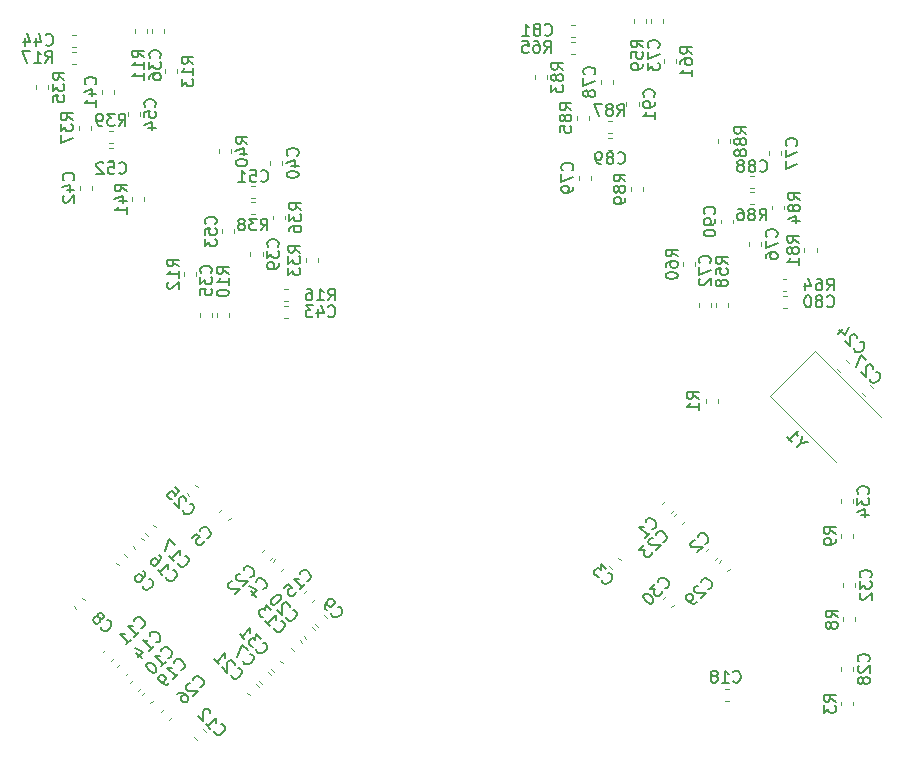
<source format=gbr>
G04 #@! TF.GenerationSoftware,KiCad,Pcbnew,5.1.5*
G04 #@! TF.CreationDate,2020-02-20T18:04:15+03:00*
G04 #@! TF.ProjectId,top,746f702e-6b69-4636-9164-5f7063625858,rev?*
G04 #@! TF.SameCoordinates,Original*
G04 #@! TF.FileFunction,Legend,Bot*
G04 #@! TF.FilePolarity,Positive*
%FSLAX46Y46*%
G04 Gerber Fmt 4.6, Leading zero omitted, Abs format (unit mm)*
G04 Created by KiCad (PCBNEW 5.1.5) date 2020-02-20 18:04:15*
%MOMM*%
%LPD*%
G04 APERTURE LIST*
%ADD10C,0.120000*%
%ADD11C,0.150000*%
G04 APERTURE END LIST*
D10*
X136815727Y-107995522D02*
X136585522Y-108225727D01*
X136094478Y-107274273D02*
X135864273Y-107504478D01*
X140545727Y-111985522D02*
X140315522Y-112215727D01*
X139824478Y-111264273D02*
X139594273Y-111494478D01*
X132105522Y-112044273D02*
X132335727Y-112274478D01*
X131384273Y-112765522D02*
X131614478Y-112995727D01*
X103104479Y-112194273D02*
X102874274Y-112424478D01*
X103825728Y-112915522D02*
X103595523Y-113145727D01*
X99315727Y-108645522D02*
X99085522Y-108875727D01*
X98594478Y-107924273D02*
X98364273Y-108154478D01*
X89594274Y-112475522D02*
X89824479Y-112705727D01*
X90315523Y-111754273D02*
X90545728Y-111984478D01*
X101964478Y-122705727D02*
X101734273Y-122475522D01*
X102685727Y-121984478D02*
X102455522Y-121754273D01*
X86017426Y-116138675D02*
X86247631Y-116368880D01*
X86738675Y-115417426D02*
X86968880Y-115647631D01*
X106717631Y-117878880D02*
X106487426Y-117648675D01*
X107438880Y-117157631D02*
X107208675Y-116927426D01*
X91495522Y-123345728D02*
X91725727Y-123115523D01*
X90774273Y-122624479D02*
X91004478Y-122394274D01*
X89198675Y-120792574D02*
X89428880Y-120562369D01*
X88477426Y-120071325D02*
X88707631Y-119841120D01*
X96467631Y-127498880D02*
X96237426Y-127268675D01*
X97188880Y-126777631D02*
X96958675Y-126547426D01*
X105375727Y-119234478D02*
X105145522Y-119004273D01*
X104654478Y-119955727D02*
X104424273Y-119725522D01*
X90412369Y-122018880D02*
X90642574Y-121788675D01*
X89691120Y-121297631D02*
X89921325Y-121067426D01*
X106465727Y-115525522D02*
X106235522Y-115755727D01*
X105744478Y-114804273D02*
X105514273Y-115034478D01*
X91725523Y-110354273D02*
X91955728Y-110584478D01*
X91004274Y-111075522D02*
X91234479Y-111305727D01*
X92044273Y-109975522D02*
X92274478Y-110205727D01*
X92765522Y-109254273D02*
X92995727Y-109484478D01*
X141502779Y-124200000D02*
X141177221Y-124200000D01*
X141502779Y-123180000D02*
X141177221Y-123180000D01*
X91794273Y-123654479D02*
X92024478Y-123424274D01*
X92515522Y-124375728D02*
X92745727Y-124145523D01*
X105714478Y-118905727D02*
X105484273Y-118675522D01*
X106435727Y-118184478D02*
X106205522Y-117954273D01*
X101675727Y-122984479D02*
X101445522Y-122754274D01*
X100954478Y-123705728D02*
X100724273Y-123475523D01*
X102905727Y-112015521D02*
X102675522Y-112245726D01*
X102184478Y-111294272D02*
X101954273Y-111524477D01*
X137785727Y-108975522D02*
X137555522Y-109205727D01*
X137064478Y-108254273D02*
X136834273Y-108484478D01*
X150674273Y-96055522D02*
X150904478Y-96285727D01*
X151395522Y-95334273D02*
X151625727Y-95564478D01*
X95591120Y-106572369D02*
X95821325Y-106802574D01*
X96312369Y-105851120D02*
X96542574Y-106081325D01*
X93411120Y-125077631D02*
X93641325Y-124847426D01*
X94132369Y-125798880D02*
X94362574Y-125568675D01*
X153708880Y-97647631D02*
X153478675Y-97417426D01*
X152987631Y-98368880D02*
X152757426Y-98138675D01*
X152030000Y-121622779D02*
X152030000Y-121297221D01*
X151010000Y-121622779D02*
X151010000Y-121297221D01*
X140854478Y-112254273D02*
X140624273Y-112484478D01*
X141575727Y-112975522D02*
X141345522Y-113205727D01*
X135901120Y-115527631D02*
X136131325Y-115297426D01*
X136622369Y-116248880D02*
X136852574Y-116018675D01*
X102994478Y-121705727D02*
X102764273Y-121475522D01*
X103715727Y-120984478D02*
X103485522Y-120754273D01*
X152200000Y-114512779D02*
X152200000Y-114187221D01*
X151180000Y-114512779D02*
X151180000Y-114187221D01*
X152000000Y-107422779D02*
X152000000Y-107097221D01*
X150980000Y-107422779D02*
X150980000Y-107097221D01*
X97770000Y-91317221D02*
X97770000Y-91642779D01*
X96750000Y-91317221D02*
X96750000Y-91642779D01*
X93660000Y-67602779D02*
X93660000Y-67277221D01*
X92640000Y-67602779D02*
X92640000Y-67277221D01*
X102010000Y-86512779D02*
X102010000Y-86187221D01*
X100990000Y-86512779D02*
X100990000Y-86187221D01*
X102670000Y-78802779D02*
X102670000Y-78477221D01*
X103690000Y-78802779D02*
X103690000Y-78477221D01*
X88410000Y-72447221D02*
X88410000Y-72772779D01*
X89430000Y-72447221D02*
X89430000Y-72772779D01*
X87569999Y-80554721D02*
X87569999Y-80880279D01*
X86549999Y-80554721D02*
X86549999Y-80880279D01*
X103814721Y-90710000D02*
X104140279Y-90710000D01*
X103814721Y-91730000D02*
X104140279Y-91730000D01*
X86222779Y-67760000D02*
X85897221Y-67760000D01*
X86222779Y-68780000D02*
X85897221Y-68780000D01*
X101057221Y-80540000D02*
X101382779Y-80540000D01*
X101057221Y-81560000D02*
X101382779Y-81560000D01*
X89352778Y-77360000D02*
X89027220Y-77360000D01*
X89352778Y-78380000D02*
X89027220Y-78380000D01*
X98590000Y-84257221D02*
X98590000Y-84582779D01*
X99610000Y-84257221D02*
X99610000Y-84582779D01*
X90589999Y-74662779D02*
X90589999Y-74337221D01*
X91609999Y-74662779D02*
X91609999Y-74337221D01*
X138985001Y-90472222D02*
X138985001Y-90797780D01*
X140005001Y-90472222D02*
X140005001Y-90797780D01*
X134875001Y-66757780D02*
X134875001Y-66432222D01*
X135895001Y-66757780D02*
X135895001Y-66432222D01*
X143225001Y-85667780D02*
X143225001Y-85342222D01*
X144245001Y-85667780D02*
X144245001Y-85342222D01*
X144905001Y-77957780D02*
X144905001Y-77632222D01*
X145925001Y-77957780D02*
X145925001Y-77632222D01*
X131665001Y-71602222D02*
X131665001Y-71927780D01*
X130645001Y-71602222D02*
X130645001Y-71927780D01*
X128785000Y-79709722D02*
X128785000Y-80035280D01*
X129805000Y-79709722D02*
X129805000Y-80035280D01*
X146049722Y-89865001D02*
X146375280Y-89865001D01*
X146049722Y-90885001D02*
X146375280Y-90885001D01*
X128457780Y-66915001D02*
X128132222Y-66915001D01*
X128457780Y-67935001D02*
X128132222Y-67935001D01*
X143292222Y-80715001D02*
X143617780Y-80715001D01*
X143292222Y-79695001D02*
X143617780Y-79695001D01*
X131587779Y-76515001D02*
X131262221Y-76515001D01*
X131587779Y-77535001D02*
X131262221Y-77535001D01*
X141845001Y-83412222D02*
X141845001Y-83737780D01*
X140825001Y-83412222D02*
X140825001Y-83737780D01*
X132825000Y-73817780D02*
X132825000Y-73492222D01*
X133845000Y-73817780D02*
X133845000Y-73492222D01*
X140540000Y-98972779D02*
X140540000Y-98647221D01*
X139520000Y-98972779D02*
X139520000Y-98647221D01*
X152020000Y-124227221D02*
X152020000Y-124552779D01*
X151000000Y-124227221D02*
X151000000Y-124552779D01*
X152190000Y-117097221D02*
X152190000Y-117422779D01*
X151170000Y-117097221D02*
X151170000Y-117422779D01*
X150990000Y-110017221D02*
X150990000Y-110342779D01*
X152010000Y-110017221D02*
X152010000Y-110342779D01*
X98170000Y-91317221D02*
X98170000Y-91642779D01*
X99190000Y-91317221D02*
X99190000Y-91642779D01*
X92240000Y-67602779D02*
X92240000Y-67277221D01*
X91220000Y-67602779D02*
X91220000Y-67277221D01*
X95390000Y-87867221D02*
X95390000Y-88192779D01*
X96410000Y-87867221D02*
X96410000Y-88192779D01*
X94779999Y-71032779D02*
X94779999Y-70707221D01*
X93759999Y-71032779D02*
X93759999Y-70707221D01*
X103804721Y-89270000D02*
X104130279Y-89270000D01*
X103804721Y-90290000D02*
X104130279Y-90290000D01*
X86242779Y-70240000D02*
X85917221Y-70240000D01*
X86242779Y-69220000D02*
X85917221Y-69220000D01*
X106680000Y-86687221D02*
X106680000Y-87012779D01*
X105660000Y-86687221D02*
X105660000Y-87012779D01*
X82840000Y-72372779D02*
X82840000Y-72047221D01*
X83860000Y-72372779D02*
X83860000Y-72047221D01*
X103950000Y-83077221D02*
X103950000Y-83402779D01*
X102930000Y-83077221D02*
X102930000Y-83402779D01*
X87450000Y-75812779D02*
X87450000Y-75487221D01*
X86430000Y-75812779D02*
X86430000Y-75487221D01*
X101047221Y-81940000D02*
X101372779Y-81940000D01*
X101047221Y-82960000D02*
X101372779Y-82960000D01*
X89342779Y-76960000D02*
X89017221Y-76960000D01*
X89342779Y-75940000D02*
X89017221Y-75940000D01*
X99360000Y-77792779D02*
X99360000Y-77467221D01*
X98340000Y-77792779D02*
X98340000Y-77467221D01*
X91980000Y-81507221D02*
X91980000Y-81832779D01*
X90960000Y-81507221D02*
X90960000Y-81832779D01*
X140405001Y-90472222D02*
X140405001Y-90797780D01*
X141425001Y-90472222D02*
X141425001Y-90797780D01*
X133455001Y-66757780D02*
X133455001Y-66432222D01*
X134475001Y-66757780D02*
X134475001Y-66432222D01*
X137625001Y-87022222D02*
X137625001Y-87347780D01*
X138645001Y-87022222D02*
X138645001Y-87347780D01*
X137015000Y-70187780D02*
X137015000Y-69862222D01*
X135995000Y-70187780D02*
X135995000Y-69862222D01*
X146039722Y-88425001D02*
X146365280Y-88425001D01*
X146039722Y-89445001D02*
X146365280Y-89445001D01*
X128477780Y-69395001D02*
X128152222Y-69395001D01*
X128477780Y-68375001D02*
X128152222Y-68375001D01*
X148915001Y-85842222D02*
X148915001Y-86167780D01*
X147895001Y-85842222D02*
X147895001Y-86167780D01*
X126095001Y-71527780D02*
X126095001Y-71202222D01*
X125075001Y-71527780D02*
X125075001Y-71202222D01*
X146185001Y-82232222D02*
X146185001Y-82557780D01*
X145165001Y-82232222D02*
X145165001Y-82557780D01*
X128665001Y-74967780D02*
X128665001Y-74642222D01*
X129685001Y-74967780D02*
X129685001Y-74642222D01*
X143282222Y-82115001D02*
X143607780Y-82115001D01*
X143282222Y-81095001D02*
X143607780Y-81095001D01*
X131577780Y-75095001D02*
X131252222Y-75095001D01*
X131577780Y-76115001D02*
X131252222Y-76115001D01*
X141595001Y-76947780D02*
X141595001Y-76622222D01*
X140575001Y-76947780D02*
X140575001Y-76622222D01*
X134215001Y-80662222D02*
X134215001Y-80987780D01*
X133195001Y-80662222D02*
X133195001Y-80987780D01*
X150557107Y-103935483D02*
X144970963Y-98349340D01*
X144970963Y-98349340D02*
X148789340Y-94530963D01*
X148789340Y-94530963D02*
X154375483Y-100117107D01*
D11*
X135020389Y-109614687D02*
X135087732Y-109614687D01*
X135222419Y-109547343D01*
X135289763Y-109480000D01*
X135357106Y-109345312D01*
X135357106Y-109210625D01*
X135323435Y-109109610D01*
X135222419Y-108941251D01*
X135121404Y-108840236D01*
X134953045Y-108739221D01*
X134852030Y-108705549D01*
X134717343Y-108705549D01*
X134582656Y-108772893D01*
X134515312Y-108840236D01*
X134447969Y-108974923D01*
X134447969Y-109042267D01*
X134414297Y-110355465D02*
X134818358Y-109951404D01*
X134616328Y-110153435D02*
X133909221Y-109446328D01*
X134077580Y-109480000D01*
X134212267Y-109480000D01*
X134313282Y-109446328D01*
X139429226Y-110863524D02*
X139496569Y-110863524D01*
X139631256Y-110796180D01*
X139698600Y-110728837D01*
X139765943Y-110594149D01*
X139765943Y-110459462D01*
X139732272Y-110358447D01*
X139631256Y-110190088D01*
X139530241Y-110089073D01*
X139361882Y-109988058D01*
X139260867Y-109954386D01*
X139126180Y-109954386D01*
X138991493Y-110021730D01*
X138924149Y-110089073D01*
X138856806Y-110223760D01*
X138856806Y-110291104D01*
X138587432Y-110560478D02*
X138520088Y-110560478D01*
X138419073Y-110594149D01*
X138250714Y-110762508D01*
X138217043Y-110863524D01*
X138217043Y-110930867D01*
X138250714Y-111031882D01*
X138318058Y-111099226D01*
X138452745Y-111166569D01*
X139260867Y-111166569D01*
X138823134Y-111604302D01*
X130714149Y-113901552D02*
X130714149Y-113968895D01*
X130781493Y-114103582D01*
X130848837Y-114170926D01*
X130983524Y-114238269D01*
X131118211Y-114238269D01*
X131219226Y-114204598D01*
X131387585Y-114103582D01*
X131488600Y-114002567D01*
X131589615Y-113834208D01*
X131623287Y-113733193D01*
X131623287Y-113598506D01*
X131555943Y-113463819D01*
X131488600Y-113396475D01*
X131353913Y-113329132D01*
X131286569Y-113329132D01*
X131118211Y-113026086D02*
X130680478Y-112588353D01*
X130646806Y-113093430D01*
X130545791Y-112992414D01*
X130444775Y-112958743D01*
X130377432Y-112958743D01*
X130276417Y-112992414D01*
X130108058Y-113160773D01*
X130074386Y-113261788D01*
X130074386Y-113329132D01*
X130108058Y-113430147D01*
X130310088Y-113632178D01*
X130411104Y-113665850D01*
X130478447Y-113665850D01*
X102010390Y-114704686D02*
X102077733Y-114704686D01*
X102212420Y-114637342D01*
X102279764Y-114569999D01*
X102347107Y-114435311D01*
X102347107Y-114300624D01*
X102313436Y-114199609D01*
X102212420Y-114031250D01*
X102111405Y-113930235D01*
X101943046Y-113829220D01*
X101842031Y-113795548D01*
X101707344Y-113795548D01*
X101572657Y-113862892D01*
X101505313Y-113930235D01*
X101437970Y-114064922D01*
X101437970Y-114132266D01*
X101000237Y-114906716D02*
X101471642Y-115378121D01*
X100899222Y-114468983D02*
X101572657Y-114805701D01*
X101134924Y-115243434D01*
X97290389Y-110344687D02*
X97357732Y-110344687D01*
X97492419Y-110277343D01*
X97559763Y-110210000D01*
X97627106Y-110075312D01*
X97627106Y-109940625D01*
X97593435Y-109839610D01*
X97492419Y-109671251D01*
X97391404Y-109570236D01*
X97223045Y-109469221D01*
X97122030Y-109435549D01*
X96987343Y-109435549D01*
X96852656Y-109502893D01*
X96785312Y-109570236D01*
X96717969Y-109704923D01*
X96717969Y-109772267D01*
X96010862Y-110344687D02*
X96347580Y-110007969D01*
X96717969Y-110311015D01*
X96650625Y-110311015D01*
X96549610Y-110344687D01*
X96381251Y-110513045D01*
X96347580Y-110614061D01*
X96347580Y-110681404D01*
X96381251Y-110782419D01*
X96549610Y-110950778D01*
X96650625Y-110984450D01*
X96717969Y-110984450D01*
X96818984Y-110950778D01*
X96987343Y-110782419D01*
X97021015Y-110681404D01*
X97021015Y-110614061D01*
X91848466Y-114403542D02*
X91848466Y-114470885D01*
X91915810Y-114605572D01*
X91983154Y-114672916D01*
X92117841Y-114740259D01*
X92252528Y-114740259D01*
X92353543Y-114706588D01*
X92521902Y-114605572D01*
X92622917Y-114504557D01*
X92723932Y-114336198D01*
X92757604Y-114235183D01*
X92757604Y-114100496D01*
X92690260Y-113965809D01*
X92622917Y-113898465D01*
X92488230Y-113831122D01*
X92420886Y-113831122D01*
X91882138Y-113157687D02*
X92016825Y-113292374D01*
X92050497Y-113393389D01*
X92050497Y-113460733D01*
X92016825Y-113629091D01*
X91915810Y-113797450D01*
X91646436Y-114066824D01*
X91545421Y-114100496D01*
X91478077Y-114100496D01*
X91377062Y-114066824D01*
X91242375Y-113932137D01*
X91208703Y-113831122D01*
X91208703Y-113763778D01*
X91242375Y-113662763D01*
X91410734Y-113494404D01*
X91511749Y-113460733D01*
X91579092Y-113460733D01*
X91680108Y-113494404D01*
X91814795Y-113629091D01*
X91848466Y-113730107D01*
X91848466Y-113797450D01*
X91814795Y-113898465D01*
X100345312Y-120750389D02*
X100345312Y-120817732D01*
X100412656Y-120952419D01*
X100480000Y-121019763D01*
X100614687Y-121087106D01*
X100749374Y-121087106D01*
X100850389Y-121053435D01*
X101018748Y-120952419D01*
X101119763Y-120851404D01*
X101220778Y-120683045D01*
X101254450Y-120582030D01*
X101254450Y-120447343D01*
X101187106Y-120312656D01*
X101119763Y-120245312D01*
X100985076Y-120177969D01*
X100917732Y-120177969D01*
X100749374Y-119874923D02*
X100277969Y-119403519D01*
X99873908Y-120413671D01*
X88305312Y-117920389D02*
X88305312Y-117987732D01*
X88372656Y-118122419D01*
X88440000Y-118189763D01*
X88574687Y-118257106D01*
X88709374Y-118257106D01*
X88810389Y-118223435D01*
X88978748Y-118122419D01*
X89079763Y-118021404D01*
X89180778Y-117853045D01*
X89214450Y-117752030D01*
X89214450Y-117617343D01*
X89147106Y-117482656D01*
X89079763Y-117415312D01*
X88945076Y-117347969D01*
X88877732Y-117347969D01*
X88237969Y-117179610D02*
X88338984Y-117213282D01*
X88406328Y-117213282D01*
X88507343Y-117179610D01*
X88541015Y-117145938D01*
X88574687Y-117044923D01*
X88574687Y-116977580D01*
X88541015Y-116876564D01*
X88406328Y-116741877D01*
X88305312Y-116708206D01*
X88237969Y-116708206D01*
X88136954Y-116741877D01*
X88103282Y-116775549D01*
X88069610Y-116876564D01*
X88069610Y-116943908D01*
X88103282Y-117044923D01*
X88237969Y-117179610D01*
X88271641Y-117280625D01*
X88271641Y-117347969D01*
X88237969Y-117448984D01*
X88103282Y-117583671D01*
X88002267Y-117617343D01*
X87934923Y-117617343D01*
X87833908Y-117583671D01*
X87699221Y-117448984D01*
X87665549Y-117347969D01*
X87665549Y-117280625D01*
X87699221Y-117179610D01*
X87833908Y-117044923D01*
X87934923Y-117011251D01*
X88002267Y-117011251D01*
X88103282Y-117044923D01*
X107839628Y-116762379D02*
X107839628Y-116829722D01*
X107906972Y-116964409D01*
X107974316Y-117031753D01*
X108109003Y-117099096D01*
X108243690Y-117099096D01*
X108344705Y-117065425D01*
X108513064Y-116964409D01*
X108614079Y-116863394D01*
X108715094Y-116695035D01*
X108748766Y-116594020D01*
X108748766Y-116459333D01*
X108681422Y-116324646D01*
X108614079Y-116257302D01*
X108479392Y-116189959D01*
X108412048Y-116189959D01*
X107435567Y-116493005D02*
X107300880Y-116358318D01*
X107267209Y-116257302D01*
X107267209Y-116189959D01*
X107300880Y-116021600D01*
X107401896Y-115853241D01*
X107671270Y-115583867D01*
X107772285Y-115550196D01*
X107839628Y-115550196D01*
X107940644Y-115583867D01*
X108075331Y-115718554D01*
X108109003Y-115819570D01*
X108109003Y-115886913D01*
X108075331Y-115987928D01*
X107906972Y-116156287D01*
X107805957Y-116189959D01*
X107738613Y-116189959D01*
X107637598Y-116156287D01*
X107502911Y-116021600D01*
X107469239Y-115920585D01*
X107469239Y-115853241D01*
X107502911Y-115752226D01*
X94017106Y-120507970D02*
X94084450Y-120507970D01*
X94219137Y-120440626D01*
X94286480Y-120373283D01*
X94353824Y-120238596D01*
X94353824Y-120103909D01*
X94320152Y-120002894D01*
X94219137Y-119834535D01*
X94118122Y-119733520D01*
X93949763Y-119632504D01*
X93848748Y-119598833D01*
X93714061Y-119598833D01*
X93579374Y-119666176D01*
X93512030Y-119733520D01*
X93444687Y-119868207D01*
X93444687Y-119935550D01*
X93411015Y-121248749D02*
X93815076Y-120844688D01*
X93613045Y-121046718D02*
X92905938Y-120339611D01*
X93074297Y-120373283D01*
X93208984Y-120373283D01*
X93310000Y-120339611D01*
X92266175Y-120979375D02*
X92198832Y-121046718D01*
X92165160Y-121147733D01*
X92165160Y-121215077D01*
X92198832Y-121316092D01*
X92299847Y-121484451D01*
X92468206Y-121652810D01*
X92636564Y-121753825D01*
X92737580Y-121787497D01*
X92804923Y-121787497D01*
X92905938Y-121753825D01*
X92973282Y-121686481D01*
X93006954Y-121585466D01*
X93006954Y-121518123D01*
X92973282Y-121417107D01*
X92872267Y-121248749D01*
X92703908Y-121080390D01*
X92535549Y-120979375D01*
X92434534Y-120945703D01*
X92367190Y-120945703D01*
X92266175Y-120979375D01*
X91717105Y-117977969D02*
X91784449Y-117977969D01*
X91919136Y-117910625D01*
X91986479Y-117843282D01*
X92053823Y-117708595D01*
X92053823Y-117573908D01*
X92020151Y-117472893D01*
X91919136Y-117304534D01*
X91818121Y-117203519D01*
X91649762Y-117102503D01*
X91548747Y-117068832D01*
X91414060Y-117068832D01*
X91279373Y-117136175D01*
X91212029Y-117203519D01*
X91144686Y-117338206D01*
X91144686Y-117405549D01*
X91111014Y-118718748D02*
X91515075Y-118314687D01*
X91313044Y-118516717D02*
X90605937Y-117809610D01*
X90774296Y-117843282D01*
X90908983Y-117843282D01*
X91009999Y-117809610D01*
X90437579Y-119392183D02*
X90841640Y-118988122D01*
X90639609Y-119190152D02*
X89932502Y-118483045D01*
X90100861Y-118516717D01*
X90235548Y-118516717D01*
X90336563Y-118483045D01*
X97926346Y-126719096D02*
X97926346Y-126786440D01*
X97993690Y-126921127D01*
X98061033Y-126988470D01*
X98195720Y-127055814D01*
X98330407Y-127055814D01*
X98431422Y-127022142D01*
X98599781Y-126921127D01*
X98700796Y-126820112D01*
X98801812Y-126651753D01*
X98835483Y-126550738D01*
X98835483Y-126416051D01*
X98768140Y-126281364D01*
X98700796Y-126214020D01*
X98566109Y-126146677D01*
X98498766Y-126146677D01*
X97185567Y-126113005D02*
X97589628Y-126517066D01*
X97387598Y-126315035D02*
X98094705Y-125607928D01*
X98061033Y-125776287D01*
X98061033Y-125910974D01*
X98094705Y-126011990D01*
X97555957Y-125203867D02*
X97555957Y-125136524D01*
X97522285Y-125035509D01*
X97353926Y-124867150D01*
X97252911Y-124833478D01*
X97185567Y-124833478D01*
X97084552Y-124867150D01*
X97017209Y-124934493D01*
X96949865Y-125069180D01*
X96949865Y-125877302D01*
X96512132Y-125439570D01*
X102982030Y-117997106D02*
X102982030Y-118064450D01*
X103049374Y-118199137D01*
X103116717Y-118266480D01*
X103251404Y-118333824D01*
X103386091Y-118333824D01*
X103487106Y-118300152D01*
X103655465Y-118199137D01*
X103756480Y-118098122D01*
X103857496Y-117929763D01*
X103891167Y-117828748D01*
X103891167Y-117694061D01*
X103823824Y-117559374D01*
X103756480Y-117492030D01*
X103621793Y-117424687D01*
X103554450Y-117424687D01*
X102241251Y-117391015D02*
X102645312Y-117795076D01*
X102443282Y-117593045D02*
X103150389Y-116885938D01*
X103116717Y-117054297D01*
X103116717Y-117188984D01*
X103150389Y-117290000D01*
X102712656Y-116448206D02*
X102274923Y-116010473D01*
X102241251Y-116515549D01*
X102140236Y-116414534D01*
X102039221Y-116380862D01*
X101971877Y-116380862D01*
X101870862Y-116414534D01*
X101702503Y-116582893D01*
X101668832Y-116683908D01*
X101668832Y-116751251D01*
X101702503Y-116852267D01*
X101904534Y-117054297D01*
X102005549Y-117087969D01*
X102072893Y-117087969D01*
X93017106Y-119217969D02*
X93084450Y-119217969D01*
X93219137Y-119150625D01*
X93286480Y-119083282D01*
X93353824Y-118948595D01*
X93353824Y-118813908D01*
X93320152Y-118712893D01*
X93219137Y-118544534D01*
X93118122Y-118443519D01*
X92949763Y-118342503D01*
X92848748Y-118308832D01*
X92714061Y-118308832D01*
X92579374Y-118376175D01*
X92512030Y-118443519D01*
X92444687Y-118578206D01*
X92444687Y-118645549D01*
X92411015Y-119958748D02*
X92815076Y-119554687D01*
X92613045Y-119756717D02*
X91905938Y-119049610D01*
X92074297Y-119083282D01*
X92208984Y-119083282D01*
X92310000Y-119049610D01*
X91333519Y-120093435D02*
X91804923Y-120564839D01*
X91232503Y-119655702D02*
X91905938Y-119992419D01*
X91468206Y-120430152D01*
X105767106Y-113977969D02*
X105834450Y-113977969D01*
X105969137Y-113910625D01*
X106036480Y-113843282D01*
X106103824Y-113708595D01*
X106103824Y-113573908D01*
X106070152Y-113472893D01*
X105969137Y-113304534D01*
X105868122Y-113203519D01*
X105699763Y-113102503D01*
X105598748Y-113068832D01*
X105464061Y-113068832D01*
X105329374Y-113136175D01*
X105262030Y-113203519D01*
X105194687Y-113338206D01*
X105194687Y-113405549D01*
X105161015Y-114718748D02*
X105565076Y-114314687D01*
X105363045Y-114516717D02*
X104655938Y-113809610D01*
X104824297Y-113843282D01*
X104958984Y-113843282D01*
X105060000Y-113809610D01*
X103814145Y-114651404D02*
X104150862Y-114314687D01*
X104521251Y-114617732D01*
X104453908Y-114617732D01*
X104352893Y-114651404D01*
X104184534Y-114819763D01*
X104150862Y-114920778D01*
X104150862Y-114988122D01*
X104184534Y-115089137D01*
X104352893Y-115257496D01*
X104453908Y-115291167D01*
X104521251Y-115291167D01*
X104622267Y-115257496D01*
X104790625Y-115089137D01*
X104824297Y-114988122D01*
X104824297Y-114920778D01*
X93862031Y-113697106D02*
X93862031Y-113764450D01*
X93929375Y-113899137D01*
X93996718Y-113966480D01*
X94131405Y-114033824D01*
X94266092Y-114033824D01*
X94367107Y-114000152D01*
X94535466Y-113899137D01*
X94636481Y-113798122D01*
X94737497Y-113629763D01*
X94771168Y-113528748D01*
X94771168Y-113394061D01*
X94703825Y-113259374D01*
X94636481Y-113192030D01*
X94501794Y-113124687D01*
X94434451Y-113124687D01*
X93121252Y-113091015D02*
X93525313Y-113495076D01*
X93323283Y-113293045D02*
X94030390Y-112585938D01*
X93996718Y-112754297D01*
X93996718Y-112888984D01*
X94030390Y-112990000D01*
X93222268Y-111777816D02*
X93356955Y-111912503D01*
X93390626Y-112013519D01*
X93390626Y-112080862D01*
X93356955Y-112249221D01*
X93255939Y-112417580D01*
X92986565Y-112686954D01*
X92885550Y-112720625D01*
X92818207Y-112720625D01*
X92717191Y-112686954D01*
X92582504Y-112552267D01*
X92548833Y-112451251D01*
X92548833Y-112383908D01*
X92582504Y-112282893D01*
X92750863Y-112114534D01*
X92851878Y-112080862D01*
X92919222Y-112080862D01*
X93020237Y-112114534D01*
X93154924Y-112249221D01*
X93188596Y-112350236D01*
X93188596Y-112417580D01*
X93154924Y-112518595D01*
X94862030Y-112487105D02*
X94862030Y-112554449D01*
X94929374Y-112689136D01*
X94996717Y-112756479D01*
X95131404Y-112823823D01*
X95266091Y-112823823D01*
X95367106Y-112790151D01*
X95535465Y-112689136D01*
X95636480Y-112588121D01*
X95737496Y-112419762D01*
X95771167Y-112318747D01*
X95771167Y-112184060D01*
X95703824Y-112049373D01*
X95636480Y-111982029D01*
X95501793Y-111914686D01*
X95434450Y-111914686D01*
X94121251Y-111881014D02*
X94525312Y-112285075D01*
X94323282Y-112083044D02*
X95030389Y-111375937D01*
X94996717Y-111544296D01*
X94996717Y-111678983D01*
X95030389Y-111779999D01*
X94592656Y-110938205D02*
X94121251Y-110466800D01*
X93717190Y-111476953D01*
X141865261Y-122519791D02*
X141912880Y-122567410D01*
X142055737Y-122615029D01*
X142150975Y-122615029D01*
X142293832Y-122567410D01*
X142389070Y-122472172D01*
X142436689Y-122376934D01*
X142484308Y-122186458D01*
X142484308Y-122043601D01*
X142436689Y-121853125D01*
X142389070Y-121757887D01*
X142293832Y-121662649D01*
X142150975Y-121615029D01*
X142055737Y-121615029D01*
X141912880Y-121662649D01*
X141865261Y-121710268D01*
X140912880Y-122615029D02*
X141484308Y-122615029D01*
X141198594Y-122615029D02*
X141198594Y-121615029D01*
X141293832Y-121757887D01*
X141389070Y-121853125D01*
X141484308Y-121900744D01*
X140341451Y-122043601D02*
X140436689Y-121995982D01*
X140484308Y-121948363D01*
X140531927Y-121853125D01*
X140531927Y-121805506D01*
X140484308Y-121710268D01*
X140436689Y-121662649D01*
X140341451Y-121615029D01*
X140150975Y-121615029D01*
X140055737Y-121662649D01*
X140008118Y-121710268D01*
X139960499Y-121805506D01*
X139960499Y-121853125D01*
X140008118Y-121948363D01*
X140055737Y-121995982D01*
X140150975Y-122043601D01*
X140341451Y-122043601D01*
X140436689Y-122091220D01*
X140484308Y-122138839D01*
X140531927Y-122234077D01*
X140531927Y-122424553D01*
X140484308Y-122519791D01*
X140436689Y-122567410D01*
X140341451Y-122615029D01*
X140150975Y-122615029D01*
X140055737Y-122567410D01*
X140008118Y-122519791D01*
X139960499Y-122424553D01*
X139960499Y-122234077D01*
X140008118Y-122138839D01*
X140055737Y-122091220D01*
X140150975Y-122043601D01*
X95067106Y-121537970D02*
X95134450Y-121537970D01*
X95269137Y-121470626D01*
X95336480Y-121403283D01*
X95403824Y-121268596D01*
X95403824Y-121133909D01*
X95370152Y-121032894D01*
X95269137Y-120864535D01*
X95168122Y-120763520D01*
X94999763Y-120662504D01*
X94898748Y-120628833D01*
X94764061Y-120628833D01*
X94629374Y-120696176D01*
X94562030Y-120763520D01*
X94494687Y-120898207D01*
X94494687Y-120965550D01*
X94461015Y-122278749D02*
X94865076Y-121874688D01*
X94663045Y-122076718D02*
X93955938Y-121369611D01*
X94124297Y-121403283D01*
X94258984Y-121403283D01*
X94360000Y-121369611D01*
X94124297Y-122615466D02*
X93989610Y-122750153D01*
X93888595Y-122783825D01*
X93821251Y-122783825D01*
X93652893Y-122750153D01*
X93484534Y-122649138D01*
X93215160Y-122379764D01*
X93181488Y-122278749D01*
X93181488Y-122211405D01*
X93215160Y-122110390D01*
X93349847Y-121975703D01*
X93450862Y-121942031D01*
X93518206Y-121942031D01*
X93619221Y-121975703D01*
X93787580Y-122144062D01*
X93821251Y-122245077D01*
X93821251Y-122312420D01*
X93787580Y-122413436D01*
X93652893Y-122548123D01*
X93551877Y-122581794D01*
X93484534Y-122581794D01*
X93383519Y-122548123D01*
X104002030Y-117047106D02*
X104002030Y-117114450D01*
X104069374Y-117249137D01*
X104136717Y-117316480D01*
X104271404Y-117383824D01*
X104406091Y-117383824D01*
X104507106Y-117350152D01*
X104675465Y-117249137D01*
X104776480Y-117148122D01*
X104877496Y-116979763D01*
X104911167Y-116878748D01*
X104911167Y-116744061D01*
X104843824Y-116609374D01*
X104776480Y-116542030D01*
X104641793Y-116474687D01*
X104574450Y-116474687D01*
X104305076Y-116205312D02*
X104305076Y-116137969D01*
X104271404Y-116036954D01*
X104103045Y-115868595D01*
X104002030Y-115834923D01*
X103934687Y-115834923D01*
X103833671Y-115868595D01*
X103766328Y-115935938D01*
X103698984Y-116070625D01*
X103698984Y-116878748D01*
X103261251Y-116441015D01*
X103530625Y-115296175D02*
X103463282Y-115228832D01*
X103362267Y-115195160D01*
X103294923Y-115195160D01*
X103193908Y-115228832D01*
X103025549Y-115329847D01*
X102857190Y-115498206D01*
X102756175Y-115666564D01*
X102722503Y-115767580D01*
X102722503Y-115834923D01*
X102756175Y-115935938D01*
X102823519Y-116003282D01*
X102924534Y-116036954D01*
X102991877Y-116036954D01*
X103092893Y-116003282D01*
X103261251Y-115902267D01*
X103429610Y-115733908D01*
X103530625Y-115565549D01*
X103564297Y-115464534D01*
X103564297Y-115397190D01*
X103530625Y-115296175D01*
X99342030Y-121937106D02*
X99342030Y-122004450D01*
X99409374Y-122139137D01*
X99476717Y-122206480D01*
X99611404Y-122273824D01*
X99746091Y-122273824D01*
X99847106Y-122240152D01*
X100015465Y-122139137D01*
X100116480Y-122038122D01*
X100217496Y-121869763D01*
X100251167Y-121768748D01*
X100251167Y-121634061D01*
X100183824Y-121499374D01*
X100116480Y-121432030D01*
X99981793Y-121364687D01*
X99914450Y-121364687D01*
X99645076Y-121095312D02*
X99645076Y-121027969D01*
X99611404Y-120926954D01*
X99443045Y-120758595D01*
X99342030Y-120724923D01*
X99274687Y-120724923D01*
X99173671Y-120758595D01*
X99106328Y-120825938D01*
X99038984Y-120960625D01*
X99038984Y-121768748D01*
X98601251Y-121331015D01*
X97927816Y-120657580D02*
X98331877Y-121061641D01*
X98129847Y-120859610D02*
X98836954Y-120152503D01*
X98803282Y-120320862D01*
X98803282Y-120455549D01*
X98836954Y-120556564D01*
X100977106Y-113687968D02*
X101044450Y-113687968D01*
X101179137Y-113620624D01*
X101246480Y-113553281D01*
X101313824Y-113418594D01*
X101313824Y-113283907D01*
X101280152Y-113182892D01*
X101179137Y-113014533D01*
X101078122Y-112913518D01*
X100909763Y-112812502D01*
X100808748Y-112778831D01*
X100674061Y-112778831D01*
X100539374Y-112846174D01*
X100472030Y-112913518D01*
X100404687Y-113048205D01*
X100404687Y-113115548D01*
X100135312Y-113384922D02*
X100067969Y-113384922D01*
X99966954Y-113418594D01*
X99798595Y-113586953D01*
X99764923Y-113687968D01*
X99764923Y-113755311D01*
X99798595Y-113856327D01*
X99865938Y-113923670D01*
X100000625Y-113991014D01*
X100808748Y-113991014D01*
X100371015Y-114428747D01*
X99461877Y-114058357D02*
X99394534Y-114058357D01*
X99293519Y-114092029D01*
X99125160Y-114260388D01*
X99091488Y-114361403D01*
X99091488Y-114428747D01*
X99125160Y-114529762D01*
X99192503Y-114597105D01*
X99327190Y-114664449D01*
X100135312Y-114664449D01*
X99697580Y-115102182D01*
X135897106Y-110687969D02*
X135964450Y-110687969D01*
X136099137Y-110620625D01*
X136166480Y-110553282D01*
X136233824Y-110418595D01*
X136233824Y-110283908D01*
X136200152Y-110182893D01*
X136099137Y-110014534D01*
X135998122Y-109913519D01*
X135829763Y-109812503D01*
X135728748Y-109778832D01*
X135594061Y-109778832D01*
X135459374Y-109846175D01*
X135392030Y-109913519D01*
X135324687Y-110048206D01*
X135324687Y-110115549D01*
X135055312Y-110384923D02*
X134987969Y-110384923D01*
X134886954Y-110418595D01*
X134718595Y-110586954D01*
X134684923Y-110687969D01*
X134684923Y-110755312D01*
X134718595Y-110856328D01*
X134785938Y-110923671D01*
X134920625Y-110991015D01*
X135728748Y-110991015D01*
X135291015Y-111428748D01*
X134348206Y-110957343D02*
X133910473Y-111395076D01*
X134415549Y-111428748D01*
X134314534Y-111529763D01*
X134280862Y-111630778D01*
X134280862Y-111698122D01*
X134314534Y-111799137D01*
X134482893Y-111967496D01*
X134583908Y-112001167D01*
X134651251Y-112001167D01*
X134752267Y-111967496D01*
X134954297Y-111765465D01*
X134987969Y-111664450D01*
X134987969Y-111597106D01*
X152062030Y-94327106D02*
X152062030Y-94394450D01*
X152129374Y-94529137D01*
X152196717Y-94596480D01*
X152331404Y-94663824D01*
X152466091Y-94663824D01*
X152567106Y-94630152D01*
X152735465Y-94529137D01*
X152836480Y-94428122D01*
X152937496Y-94259763D01*
X152971167Y-94158748D01*
X152971167Y-94024061D01*
X152903824Y-93889374D01*
X152836480Y-93822030D01*
X152701793Y-93754687D01*
X152634450Y-93754687D01*
X152365076Y-93485312D02*
X152365076Y-93417969D01*
X152331404Y-93316954D01*
X152163045Y-93148595D01*
X152062030Y-93114923D01*
X151994687Y-93114923D01*
X151893671Y-93148595D01*
X151826328Y-93215938D01*
X151758984Y-93350625D01*
X151758984Y-94158748D01*
X151321251Y-93721015D01*
X151186564Y-92643519D02*
X150715160Y-93114923D01*
X151624297Y-92542503D02*
X151287580Y-93215938D01*
X150849847Y-92778206D01*
X95257714Y-108045116D02*
X95257714Y-108112460D01*
X95325058Y-108247147D01*
X95392401Y-108314490D01*
X95527088Y-108381834D01*
X95661775Y-108381834D01*
X95762790Y-108348162D01*
X95931149Y-108247147D01*
X96032164Y-108146132D01*
X96133180Y-107977773D01*
X96166851Y-107876758D01*
X96166851Y-107742071D01*
X96099508Y-107607384D01*
X96032164Y-107540040D01*
X95897477Y-107472697D01*
X95830134Y-107472697D01*
X95560760Y-107203322D02*
X95560760Y-107135979D01*
X95527088Y-107034964D01*
X95358729Y-106866605D01*
X95257714Y-106832933D01*
X95190371Y-106832933D01*
X95089355Y-106866605D01*
X95022012Y-106933948D01*
X94954668Y-107068635D01*
X94954668Y-107876758D01*
X94516935Y-107439025D01*
X94584279Y-106092155D02*
X94920996Y-106428872D01*
X94617951Y-106799261D01*
X94617951Y-106731918D01*
X94584279Y-106630903D01*
X94415920Y-106462544D01*
X94314905Y-106428872D01*
X94247561Y-106428872D01*
X94146546Y-106462544D01*
X93978187Y-106630903D01*
X93944516Y-106731918D01*
X93944516Y-106799261D01*
X93978187Y-106900277D01*
X94146546Y-107068635D01*
X94247561Y-107102307D01*
X94314905Y-107102307D01*
X96717106Y-122987969D02*
X96784450Y-122987969D01*
X96919137Y-122920625D01*
X96986480Y-122853282D01*
X97053824Y-122718595D01*
X97053824Y-122583908D01*
X97020152Y-122482893D01*
X96919137Y-122314534D01*
X96818122Y-122213519D01*
X96649763Y-122112503D01*
X96548748Y-122078832D01*
X96414061Y-122078832D01*
X96279374Y-122146175D01*
X96212030Y-122213519D01*
X96144687Y-122348206D01*
X96144687Y-122415549D01*
X95875312Y-122684923D02*
X95807969Y-122684923D01*
X95706954Y-122718595D01*
X95538595Y-122886954D01*
X95504923Y-122987969D01*
X95504923Y-123055312D01*
X95538595Y-123156328D01*
X95605938Y-123223671D01*
X95740625Y-123291015D01*
X96548748Y-123291015D01*
X96111015Y-123728748D01*
X94797816Y-123627732D02*
X94932503Y-123493045D01*
X95033519Y-123459374D01*
X95100862Y-123459374D01*
X95269221Y-123493045D01*
X95437580Y-123594061D01*
X95706954Y-123863435D01*
X95740625Y-123964450D01*
X95740625Y-124031793D01*
X95706954Y-124132809D01*
X95572267Y-124267496D01*
X95471251Y-124301167D01*
X95403908Y-124301167D01*
X95302893Y-124267496D01*
X95134534Y-124099137D01*
X95100862Y-123998122D01*
X95100862Y-123930778D01*
X95134534Y-123829763D01*
X95269221Y-123695076D01*
X95370236Y-123661404D01*
X95437580Y-123661404D01*
X95538595Y-123695076D01*
X153412029Y-96887106D02*
X153412029Y-96954450D01*
X153479373Y-97089137D01*
X153546716Y-97156480D01*
X153681403Y-97223824D01*
X153816090Y-97223824D01*
X153917105Y-97190152D01*
X154085464Y-97089137D01*
X154186479Y-96988122D01*
X154287495Y-96819763D01*
X154321166Y-96718748D01*
X154321166Y-96584061D01*
X154253823Y-96449374D01*
X154186479Y-96382030D01*
X154051792Y-96314687D01*
X153984449Y-96314687D01*
X153715075Y-96045312D02*
X153715075Y-95977969D01*
X153681403Y-95876954D01*
X153513044Y-95708595D01*
X153412029Y-95674923D01*
X153344686Y-95674923D01*
X153243670Y-95708595D01*
X153176327Y-95775938D01*
X153108983Y-95910625D01*
X153108983Y-96718748D01*
X152671250Y-96281015D01*
X153142655Y-95338206D02*
X152671250Y-94866801D01*
X152267189Y-95876954D01*
X153307142Y-120817142D02*
X153354761Y-120769523D01*
X153402380Y-120626666D01*
X153402380Y-120531428D01*
X153354761Y-120388571D01*
X153259523Y-120293333D01*
X153164285Y-120245714D01*
X152973809Y-120198095D01*
X152830952Y-120198095D01*
X152640476Y-120245714D01*
X152545238Y-120293333D01*
X152450000Y-120388571D01*
X152402380Y-120531428D01*
X152402380Y-120626666D01*
X152450000Y-120769523D01*
X152497619Y-120817142D01*
X152497619Y-121198095D02*
X152450000Y-121245714D01*
X152402380Y-121340952D01*
X152402380Y-121579047D01*
X152450000Y-121674285D01*
X152497619Y-121721904D01*
X152592857Y-121769523D01*
X152688095Y-121769523D01*
X152830952Y-121721904D01*
X153402380Y-121150476D01*
X153402380Y-121769523D01*
X152830952Y-122340952D02*
X152783333Y-122245714D01*
X152735714Y-122198095D01*
X152640476Y-122150476D01*
X152592857Y-122150476D01*
X152497619Y-122198095D01*
X152450000Y-122245714D01*
X152402380Y-122340952D01*
X152402380Y-122531428D01*
X152450000Y-122626666D01*
X152497619Y-122674285D01*
X152592857Y-122721904D01*
X152640476Y-122721904D01*
X152735714Y-122674285D01*
X152783333Y-122626666D01*
X152830952Y-122531428D01*
X152830952Y-122340952D01*
X152878571Y-122245714D01*
X152926190Y-122198095D01*
X153021428Y-122150476D01*
X153211904Y-122150476D01*
X153307142Y-122198095D01*
X153354761Y-122245714D01*
X153402380Y-122340952D01*
X153402380Y-122531428D01*
X153354761Y-122626666D01*
X153307142Y-122674285D01*
X153211904Y-122721904D01*
X153021428Y-122721904D01*
X152926190Y-122674285D01*
X152878571Y-122626666D01*
X152830952Y-122531428D01*
X139737106Y-114707969D02*
X139804450Y-114707969D01*
X139939137Y-114640625D01*
X140006480Y-114573282D01*
X140073824Y-114438595D01*
X140073824Y-114303908D01*
X140040152Y-114202893D01*
X139939137Y-114034534D01*
X139838122Y-113933519D01*
X139669763Y-113832503D01*
X139568748Y-113798832D01*
X139434061Y-113798832D01*
X139299374Y-113866175D01*
X139232030Y-113933519D01*
X139164687Y-114068206D01*
X139164687Y-114135549D01*
X138895312Y-114404923D02*
X138827969Y-114404923D01*
X138726954Y-114438595D01*
X138558595Y-114606954D01*
X138524923Y-114707969D01*
X138524923Y-114775312D01*
X138558595Y-114876328D01*
X138625938Y-114943671D01*
X138760625Y-115011015D01*
X139568748Y-115011015D01*
X139131015Y-115448748D01*
X138794297Y-115785465D02*
X138659610Y-115920152D01*
X138558595Y-115953824D01*
X138491251Y-115953824D01*
X138322893Y-115920152D01*
X138154534Y-115819137D01*
X137885160Y-115549763D01*
X137851488Y-115448748D01*
X137851488Y-115381404D01*
X137885160Y-115280389D01*
X138019847Y-115145702D01*
X138120862Y-115112030D01*
X138188206Y-115112030D01*
X138289221Y-115145702D01*
X138457580Y-115314061D01*
X138491251Y-115415076D01*
X138491251Y-115482419D01*
X138457580Y-115583435D01*
X138322893Y-115718122D01*
X138221877Y-115751793D01*
X138154534Y-115751793D01*
X138053519Y-115718122D01*
X136087106Y-114647969D02*
X136154450Y-114647969D01*
X136289137Y-114580625D01*
X136356480Y-114513282D01*
X136423824Y-114378595D01*
X136423824Y-114243908D01*
X136390152Y-114142893D01*
X136289137Y-113974534D01*
X136188122Y-113873519D01*
X136019763Y-113772503D01*
X135918748Y-113738832D01*
X135784061Y-113738832D01*
X135649374Y-113806175D01*
X135582030Y-113873519D01*
X135514687Y-114008206D01*
X135514687Y-114075549D01*
X135211641Y-114243908D02*
X134773908Y-114681641D01*
X135278984Y-114715312D01*
X135177969Y-114816328D01*
X135144297Y-114917343D01*
X135144297Y-114984687D01*
X135177969Y-115085702D01*
X135346328Y-115254061D01*
X135447343Y-115287732D01*
X135514687Y-115287732D01*
X135615702Y-115254061D01*
X135817732Y-115052030D01*
X135851404Y-114951015D01*
X135851404Y-114883671D01*
X134336175Y-115119374D02*
X134268832Y-115186717D01*
X134235160Y-115287732D01*
X134235160Y-115355076D01*
X134268832Y-115456091D01*
X134369847Y-115624450D01*
X134538206Y-115792809D01*
X134706564Y-115893824D01*
X134807580Y-115927496D01*
X134874923Y-115927496D01*
X134975938Y-115893824D01*
X135043282Y-115826480D01*
X135076954Y-115725465D01*
X135076954Y-115658122D01*
X135043282Y-115557106D01*
X134942267Y-115388748D01*
X134773908Y-115220389D01*
X134605549Y-115119374D01*
X134504534Y-115085702D01*
X134437190Y-115085702D01*
X134336175Y-115119374D01*
X101475183Y-119810259D02*
X101475183Y-119877603D01*
X101542527Y-120012290D01*
X101609870Y-120079633D01*
X101744557Y-120146977D01*
X101879244Y-120146977D01*
X101980259Y-120113305D01*
X102148618Y-120012290D01*
X102249633Y-119911275D01*
X102350649Y-119742916D01*
X102384320Y-119641901D01*
X102384320Y-119507214D01*
X102316977Y-119372527D01*
X102249633Y-119305183D01*
X102114946Y-119237840D01*
X102047603Y-119237840D01*
X101879244Y-118934794D02*
X101441511Y-118497061D01*
X101407840Y-119002137D01*
X101306824Y-118901122D01*
X101205809Y-118867450D01*
X101138465Y-118867450D01*
X101037450Y-118901122D01*
X100869091Y-119069481D01*
X100835420Y-119170496D01*
X100835420Y-119237840D01*
X100869091Y-119338855D01*
X101071122Y-119540885D01*
X101172137Y-119574557D01*
X101239481Y-119574557D01*
X100060969Y-118530733D02*
X100465030Y-118934794D01*
X100263000Y-118732763D02*
X100970107Y-118025656D01*
X100936435Y-118194015D01*
X100936435Y-118328702D01*
X100970107Y-118429717D01*
X153477142Y-113707142D02*
X153524761Y-113659523D01*
X153572380Y-113516666D01*
X153572380Y-113421428D01*
X153524761Y-113278571D01*
X153429523Y-113183333D01*
X153334285Y-113135714D01*
X153143809Y-113088095D01*
X153000952Y-113088095D01*
X152810476Y-113135714D01*
X152715238Y-113183333D01*
X152620000Y-113278571D01*
X152572380Y-113421428D01*
X152572380Y-113516666D01*
X152620000Y-113659523D01*
X152667619Y-113707142D01*
X152572380Y-114040476D02*
X152572380Y-114659523D01*
X152953333Y-114326190D01*
X152953333Y-114469047D01*
X153000952Y-114564285D01*
X153048571Y-114611904D01*
X153143809Y-114659523D01*
X153381904Y-114659523D01*
X153477142Y-114611904D01*
X153524761Y-114564285D01*
X153572380Y-114469047D01*
X153572380Y-114183333D01*
X153524761Y-114088095D01*
X153477142Y-114040476D01*
X152667619Y-115040476D02*
X152620000Y-115088095D01*
X152572380Y-115183333D01*
X152572380Y-115421428D01*
X152620000Y-115516666D01*
X152667619Y-115564285D01*
X152762857Y-115611904D01*
X152858095Y-115611904D01*
X153000952Y-115564285D01*
X153572380Y-114992857D01*
X153572380Y-115611904D01*
X153277142Y-106617142D02*
X153324761Y-106569523D01*
X153372380Y-106426666D01*
X153372380Y-106331428D01*
X153324761Y-106188571D01*
X153229523Y-106093333D01*
X153134285Y-106045714D01*
X152943809Y-105998095D01*
X152800952Y-105998095D01*
X152610476Y-106045714D01*
X152515238Y-106093333D01*
X152420000Y-106188571D01*
X152372380Y-106331428D01*
X152372380Y-106426666D01*
X152420000Y-106569523D01*
X152467619Y-106617142D01*
X152372380Y-106950476D02*
X152372380Y-107569523D01*
X152753333Y-107236190D01*
X152753333Y-107379047D01*
X152800952Y-107474285D01*
X152848571Y-107521904D01*
X152943809Y-107569523D01*
X153181904Y-107569523D01*
X153277142Y-107521904D01*
X153324761Y-107474285D01*
X153372380Y-107379047D01*
X153372380Y-107093333D01*
X153324761Y-106998095D01*
X153277142Y-106950476D01*
X152705714Y-108426666D02*
X153372380Y-108426666D01*
X152324761Y-108188571D02*
X153039047Y-107950476D01*
X153039047Y-108569523D01*
X97627142Y-87927142D02*
X97674761Y-87879523D01*
X97722380Y-87736666D01*
X97722380Y-87641428D01*
X97674761Y-87498571D01*
X97579523Y-87403333D01*
X97484285Y-87355714D01*
X97293809Y-87308095D01*
X97150952Y-87308095D01*
X96960476Y-87355714D01*
X96865238Y-87403333D01*
X96770000Y-87498571D01*
X96722380Y-87641428D01*
X96722380Y-87736666D01*
X96770000Y-87879523D01*
X96817619Y-87927142D01*
X96722380Y-88260476D02*
X96722380Y-88879523D01*
X97103333Y-88546190D01*
X97103333Y-88689047D01*
X97150952Y-88784285D01*
X97198571Y-88831904D01*
X97293809Y-88879523D01*
X97531904Y-88879523D01*
X97627142Y-88831904D01*
X97674761Y-88784285D01*
X97722380Y-88689047D01*
X97722380Y-88403333D01*
X97674761Y-88308095D01*
X97627142Y-88260476D01*
X96722380Y-89784285D02*
X96722380Y-89308095D01*
X97198571Y-89260476D01*
X97150952Y-89308095D01*
X97103333Y-89403333D01*
X97103333Y-89641428D01*
X97150952Y-89736666D01*
X97198571Y-89784285D01*
X97293809Y-89831904D01*
X97531904Y-89831904D01*
X97627142Y-89784285D01*
X97674761Y-89736666D01*
X97722380Y-89641428D01*
X97722380Y-89403333D01*
X97674761Y-89308095D01*
X97627142Y-89260476D01*
X93297142Y-69707142D02*
X93344761Y-69659523D01*
X93392380Y-69516666D01*
X93392380Y-69421428D01*
X93344761Y-69278571D01*
X93249523Y-69183333D01*
X93154285Y-69135714D01*
X92963809Y-69088095D01*
X92820952Y-69088095D01*
X92630476Y-69135714D01*
X92535238Y-69183333D01*
X92440000Y-69278571D01*
X92392380Y-69421428D01*
X92392380Y-69516666D01*
X92440000Y-69659523D01*
X92487619Y-69707142D01*
X92392380Y-70040476D02*
X92392380Y-70659523D01*
X92773333Y-70326190D01*
X92773333Y-70469047D01*
X92820952Y-70564285D01*
X92868571Y-70611904D01*
X92963809Y-70659523D01*
X93201904Y-70659523D01*
X93297142Y-70611904D01*
X93344761Y-70564285D01*
X93392380Y-70469047D01*
X93392380Y-70183333D01*
X93344761Y-70088095D01*
X93297142Y-70040476D01*
X92392380Y-71516666D02*
X92392380Y-71326190D01*
X92440000Y-71230952D01*
X92487619Y-71183333D01*
X92630476Y-71088095D01*
X92820952Y-71040476D01*
X93201904Y-71040476D01*
X93297142Y-71088095D01*
X93344761Y-71135714D01*
X93392380Y-71230952D01*
X93392380Y-71421428D01*
X93344761Y-71516666D01*
X93297142Y-71564285D01*
X93201904Y-71611904D01*
X92963809Y-71611904D01*
X92868571Y-71564285D01*
X92820952Y-71516666D01*
X92773333Y-71421428D01*
X92773333Y-71230952D01*
X92820952Y-71135714D01*
X92868571Y-71088095D01*
X92963809Y-71040476D01*
X103287142Y-85707142D02*
X103334761Y-85659523D01*
X103382380Y-85516666D01*
X103382380Y-85421428D01*
X103334761Y-85278571D01*
X103239523Y-85183333D01*
X103144285Y-85135714D01*
X102953809Y-85088095D01*
X102810952Y-85088095D01*
X102620476Y-85135714D01*
X102525238Y-85183333D01*
X102430000Y-85278571D01*
X102382380Y-85421428D01*
X102382380Y-85516666D01*
X102430000Y-85659523D01*
X102477619Y-85707142D01*
X102382380Y-86040476D02*
X102382380Y-86659523D01*
X102763333Y-86326190D01*
X102763333Y-86469047D01*
X102810952Y-86564285D01*
X102858571Y-86611904D01*
X102953809Y-86659523D01*
X103191904Y-86659523D01*
X103287142Y-86611904D01*
X103334761Y-86564285D01*
X103382380Y-86469047D01*
X103382380Y-86183333D01*
X103334761Y-86088095D01*
X103287142Y-86040476D01*
X103382380Y-87135714D02*
X103382380Y-87326190D01*
X103334761Y-87421428D01*
X103287142Y-87469047D01*
X103144285Y-87564285D01*
X102953809Y-87611904D01*
X102572857Y-87611904D01*
X102477619Y-87564285D01*
X102430000Y-87516666D01*
X102382380Y-87421428D01*
X102382380Y-87230952D01*
X102430000Y-87135714D01*
X102477619Y-87088095D01*
X102572857Y-87040476D01*
X102810952Y-87040476D01*
X102906190Y-87088095D01*
X102953809Y-87135714D01*
X103001428Y-87230952D01*
X103001428Y-87421428D01*
X102953809Y-87516666D01*
X102906190Y-87564285D01*
X102810952Y-87611904D01*
X104967142Y-77997142D02*
X105014761Y-77949523D01*
X105062380Y-77806666D01*
X105062380Y-77711428D01*
X105014761Y-77568571D01*
X104919523Y-77473333D01*
X104824285Y-77425714D01*
X104633809Y-77378095D01*
X104490952Y-77378095D01*
X104300476Y-77425714D01*
X104205238Y-77473333D01*
X104110000Y-77568571D01*
X104062380Y-77711428D01*
X104062380Y-77806666D01*
X104110000Y-77949523D01*
X104157619Y-77997142D01*
X104395714Y-78854285D02*
X105062380Y-78854285D01*
X104014761Y-78616190D02*
X104729047Y-78378095D01*
X104729047Y-78997142D01*
X104062380Y-79568571D02*
X104062380Y-79663809D01*
X104110000Y-79759047D01*
X104157619Y-79806666D01*
X104252857Y-79854285D01*
X104443333Y-79901904D01*
X104681428Y-79901904D01*
X104871904Y-79854285D01*
X104967142Y-79806666D01*
X105014761Y-79759047D01*
X105062380Y-79663809D01*
X105062380Y-79568571D01*
X105014761Y-79473333D01*
X104967142Y-79425714D01*
X104871904Y-79378095D01*
X104681428Y-79330476D01*
X104443333Y-79330476D01*
X104252857Y-79378095D01*
X104157619Y-79425714D01*
X104110000Y-79473333D01*
X104062380Y-79568571D01*
X87847142Y-71967142D02*
X87894761Y-71919523D01*
X87942380Y-71776666D01*
X87942380Y-71681428D01*
X87894761Y-71538571D01*
X87799523Y-71443333D01*
X87704285Y-71395714D01*
X87513809Y-71348095D01*
X87370952Y-71348095D01*
X87180476Y-71395714D01*
X87085238Y-71443333D01*
X86990000Y-71538571D01*
X86942380Y-71681428D01*
X86942380Y-71776666D01*
X86990000Y-71919523D01*
X87037619Y-71967142D01*
X87275714Y-72824285D02*
X87942380Y-72824285D01*
X86894761Y-72586190D02*
X87609047Y-72348095D01*
X87609047Y-72967142D01*
X87942380Y-73871904D02*
X87942380Y-73300476D01*
X87942380Y-73586190D02*
X86942380Y-73586190D01*
X87085238Y-73490952D01*
X87180476Y-73395714D01*
X87228095Y-73300476D01*
X85987141Y-80074642D02*
X86034760Y-80027023D01*
X86082379Y-79884166D01*
X86082379Y-79788928D01*
X86034760Y-79646071D01*
X85939522Y-79550833D01*
X85844284Y-79503214D01*
X85653808Y-79455595D01*
X85510951Y-79455595D01*
X85320475Y-79503214D01*
X85225237Y-79550833D01*
X85129999Y-79646071D01*
X85082379Y-79788928D01*
X85082379Y-79884166D01*
X85129999Y-80027023D01*
X85177618Y-80074642D01*
X85415713Y-80931785D02*
X86082379Y-80931785D01*
X85034760Y-80693690D02*
X85749046Y-80455595D01*
X85749046Y-81074642D01*
X85177618Y-81407976D02*
X85129999Y-81455595D01*
X85082379Y-81550833D01*
X85082379Y-81788928D01*
X85129999Y-81884166D01*
X85177618Y-81931785D01*
X85272856Y-81979404D01*
X85368094Y-81979404D01*
X85510951Y-81931785D01*
X86082379Y-81360357D01*
X86082379Y-81979404D01*
X107562857Y-91587142D02*
X107610476Y-91634761D01*
X107753333Y-91682380D01*
X107848571Y-91682380D01*
X107991428Y-91634761D01*
X108086666Y-91539523D01*
X108134285Y-91444285D01*
X108181904Y-91253809D01*
X108181904Y-91110952D01*
X108134285Y-90920476D01*
X108086666Y-90825238D01*
X107991428Y-90730000D01*
X107848571Y-90682380D01*
X107753333Y-90682380D01*
X107610476Y-90730000D01*
X107562857Y-90777619D01*
X106705714Y-91015714D02*
X106705714Y-91682380D01*
X106943809Y-90634761D02*
X107181904Y-91349047D01*
X106562857Y-91349047D01*
X106277142Y-90682380D02*
X105658095Y-90682380D01*
X105991428Y-91063333D01*
X105848571Y-91063333D01*
X105753333Y-91110952D01*
X105705714Y-91158571D01*
X105658095Y-91253809D01*
X105658095Y-91491904D01*
X105705714Y-91587142D01*
X105753333Y-91634761D01*
X105848571Y-91682380D01*
X106134285Y-91682380D01*
X106229523Y-91634761D01*
X106277142Y-91587142D01*
X83670357Y-68597142D02*
X83717976Y-68644761D01*
X83860833Y-68692380D01*
X83956071Y-68692380D01*
X84098928Y-68644761D01*
X84194166Y-68549523D01*
X84241785Y-68454285D01*
X84289404Y-68263809D01*
X84289404Y-68120952D01*
X84241785Y-67930476D01*
X84194166Y-67835238D01*
X84098928Y-67740000D01*
X83956071Y-67692380D01*
X83860833Y-67692380D01*
X83717976Y-67740000D01*
X83670357Y-67787619D01*
X82813214Y-68025714D02*
X82813214Y-68692380D01*
X83051309Y-67644761D02*
X83289404Y-68359047D01*
X82670357Y-68359047D01*
X81860833Y-68025714D02*
X81860833Y-68692380D01*
X82098928Y-67644761D02*
X82337023Y-68359047D01*
X81717976Y-68359047D01*
X101872857Y-80137142D02*
X101920476Y-80184761D01*
X102063333Y-80232380D01*
X102158571Y-80232380D01*
X102301428Y-80184761D01*
X102396666Y-80089523D01*
X102444285Y-79994285D01*
X102491904Y-79803809D01*
X102491904Y-79660952D01*
X102444285Y-79470476D01*
X102396666Y-79375238D01*
X102301428Y-79280000D01*
X102158571Y-79232380D01*
X102063333Y-79232380D01*
X101920476Y-79280000D01*
X101872857Y-79327619D01*
X100968095Y-79232380D02*
X101444285Y-79232380D01*
X101491904Y-79708571D01*
X101444285Y-79660952D01*
X101349047Y-79613333D01*
X101110952Y-79613333D01*
X101015714Y-79660952D01*
X100968095Y-79708571D01*
X100920476Y-79803809D01*
X100920476Y-80041904D01*
X100968095Y-80137142D01*
X101015714Y-80184761D01*
X101110952Y-80232380D01*
X101349047Y-80232380D01*
X101444285Y-80184761D01*
X101491904Y-80137142D01*
X99968095Y-80232380D02*
X100539523Y-80232380D01*
X100253809Y-80232380D02*
X100253809Y-79232380D01*
X100349047Y-79375238D01*
X100444285Y-79470476D01*
X100539523Y-79518095D01*
X89852856Y-79467142D02*
X89900475Y-79514761D01*
X90043332Y-79562380D01*
X90138570Y-79562380D01*
X90281427Y-79514761D01*
X90376665Y-79419523D01*
X90424284Y-79324285D01*
X90471903Y-79133809D01*
X90471903Y-78990952D01*
X90424284Y-78800476D01*
X90376665Y-78705238D01*
X90281427Y-78610000D01*
X90138570Y-78562380D01*
X90043332Y-78562380D01*
X89900475Y-78610000D01*
X89852856Y-78657619D01*
X88948094Y-78562380D02*
X89424284Y-78562380D01*
X89471903Y-79038571D01*
X89424284Y-78990952D01*
X89329046Y-78943333D01*
X89090951Y-78943333D01*
X88995713Y-78990952D01*
X88948094Y-79038571D01*
X88900475Y-79133809D01*
X88900475Y-79371904D01*
X88948094Y-79467142D01*
X88995713Y-79514761D01*
X89090951Y-79562380D01*
X89329046Y-79562380D01*
X89424284Y-79514761D01*
X89471903Y-79467142D01*
X88519522Y-78657619D02*
X88471903Y-78610000D01*
X88376665Y-78562380D01*
X88138570Y-78562380D01*
X88043332Y-78610000D01*
X87995713Y-78657619D01*
X87948094Y-78752857D01*
X87948094Y-78848095D01*
X87995713Y-78990952D01*
X88567141Y-79562380D01*
X87948094Y-79562380D01*
X98027142Y-83777142D02*
X98074761Y-83729523D01*
X98122380Y-83586666D01*
X98122380Y-83491428D01*
X98074761Y-83348571D01*
X97979523Y-83253333D01*
X97884285Y-83205714D01*
X97693809Y-83158095D01*
X97550952Y-83158095D01*
X97360476Y-83205714D01*
X97265238Y-83253333D01*
X97170000Y-83348571D01*
X97122380Y-83491428D01*
X97122380Y-83586666D01*
X97170000Y-83729523D01*
X97217619Y-83777142D01*
X97122380Y-84681904D02*
X97122380Y-84205714D01*
X97598571Y-84158095D01*
X97550952Y-84205714D01*
X97503333Y-84300952D01*
X97503333Y-84539047D01*
X97550952Y-84634285D01*
X97598571Y-84681904D01*
X97693809Y-84729523D01*
X97931904Y-84729523D01*
X98027142Y-84681904D01*
X98074761Y-84634285D01*
X98122380Y-84539047D01*
X98122380Y-84300952D01*
X98074761Y-84205714D01*
X98027142Y-84158095D01*
X97122380Y-85062857D02*
X97122380Y-85681904D01*
X97503333Y-85348571D01*
X97503333Y-85491428D01*
X97550952Y-85586666D01*
X97598571Y-85634285D01*
X97693809Y-85681904D01*
X97931904Y-85681904D01*
X98027142Y-85634285D01*
X98074761Y-85586666D01*
X98122380Y-85491428D01*
X98122380Y-85205714D01*
X98074761Y-85110476D01*
X98027142Y-85062857D01*
X92887141Y-73857142D02*
X92934760Y-73809523D01*
X92982379Y-73666666D01*
X92982379Y-73571428D01*
X92934760Y-73428571D01*
X92839522Y-73333333D01*
X92744284Y-73285714D01*
X92553808Y-73238095D01*
X92410951Y-73238095D01*
X92220475Y-73285714D01*
X92125237Y-73333333D01*
X92029999Y-73428571D01*
X91982379Y-73571428D01*
X91982379Y-73666666D01*
X92029999Y-73809523D01*
X92077618Y-73857142D01*
X91982379Y-74761904D02*
X91982379Y-74285714D01*
X92458570Y-74238095D01*
X92410951Y-74285714D01*
X92363332Y-74380952D01*
X92363332Y-74619047D01*
X92410951Y-74714285D01*
X92458570Y-74761904D01*
X92553808Y-74809523D01*
X92791903Y-74809523D01*
X92887141Y-74761904D01*
X92934760Y-74714285D01*
X92982379Y-74619047D01*
X92982379Y-74380952D01*
X92934760Y-74285714D01*
X92887141Y-74238095D01*
X92315713Y-75666666D02*
X92982379Y-75666666D01*
X91934760Y-75428571D02*
X92649046Y-75190476D01*
X92649046Y-75809523D01*
X139862143Y-87082143D02*
X139909762Y-87034524D01*
X139957381Y-86891667D01*
X139957381Y-86796429D01*
X139909762Y-86653572D01*
X139814524Y-86558334D01*
X139719286Y-86510715D01*
X139528810Y-86463096D01*
X139385953Y-86463096D01*
X139195477Y-86510715D01*
X139100239Y-86558334D01*
X139005001Y-86653572D01*
X138957381Y-86796429D01*
X138957381Y-86891667D01*
X139005001Y-87034524D01*
X139052620Y-87082143D01*
X138957381Y-87415477D02*
X138957381Y-88082143D01*
X139957381Y-87653572D01*
X139052620Y-88415477D02*
X139005001Y-88463096D01*
X138957381Y-88558334D01*
X138957381Y-88796429D01*
X139005001Y-88891667D01*
X139052620Y-88939286D01*
X139147858Y-88986905D01*
X139243096Y-88986905D01*
X139385953Y-88939286D01*
X139957381Y-88367858D01*
X139957381Y-88986905D01*
X135532143Y-68862143D02*
X135579762Y-68814524D01*
X135627381Y-68671667D01*
X135627381Y-68576429D01*
X135579762Y-68433572D01*
X135484524Y-68338334D01*
X135389286Y-68290715D01*
X135198810Y-68243096D01*
X135055953Y-68243096D01*
X134865477Y-68290715D01*
X134770239Y-68338334D01*
X134675001Y-68433572D01*
X134627381Y-68576429D01*
X134627381Y-68671667D01*
X134675001Y-68814524D01*
X134722620Y-68862143D01*
X134627381Y-69195477D02*
X134627381Y-69862143D01*
X135627381Y-69433572D01*
X134627381Y-70147858D02*
X134627381Y-70766905D01*
X135008334Y-70433572D01*
X135008334Y-70576429D01*
X135055953Y-70671667D01*
X135103572Y-70719286D01*
X135198810Y-70766905D01*
X135436905Y-70766905D01*
X135532143Y-70719286D01*
X135579762Y-70671667D01*
X135627381Y-70576429D01*
X135627381Y-70290715D01*
X135579762Y-70195477D01*
X135532143Y-70147858D01*
X145522143Y-84862143D02*
X145569762Y-84814524D01*
X145617381Y-84671667D01*
X145617381Y-84576429D01*
X145569762Y-84433572D01*
X145474524Y-84338334D01*
X145379286Y-84290715D01*
X145188810Y-84243096D01*
X145045953Y-84243096D01*
X144855477Y-84290715D01*
X144760239Y-84338334D01*
X144665001Y-84433572D01*
X144617381Y-84576429D01*
X144617381Y-84671667D01*
X144665001Y-84814524D01*
X144712620Y-84862143D01*
X144617381Y-85195477D02*
X144617381Y-85862143D01*
X145617381Y-85433572D01*
X144617381Y-86671667D02*
X144617381Y-86481191D01*
X144665001Y-86385953D01*
X144712620Y-86338334D01*
X144855477Y-86243096D01*
X145045953Y-86195477D01*
X145426905Y-86195477D01*
X145522143Y-86243096D01*
X145569762Y-86290715D01*
X145617381Y-86385953D01*
X145617381Y-86576429D01*
X145569762Y-86671667D01*
X145522143Y-86719286D01*
X145426905Y-86766905D01*
X145188810Y-86766905D01*
X145093572Y-86719286D01*
X145045953Y-86671667D01*
X144998334Y-86576429D01*
X144998334Y-86385953D01*
X145045953Y-86290715D01*
X145093572Y-86243096D01*
X145188810Y-86195477D01*
X147202143Y-77152143D02*
X147249762Y-77104524D01*
X147297381Y-76961667D01*
X147297381Y-76866429D01*
X147249762Y-76723572D01*
X147154524Y-76628334D01*
X147059286Y-76580715D01*
X146868810Y-76533096D01*
X146725953Y-76533096D01*
X146535477Y-76580715D01*
X146440239Y-76628334D01*
X146345001Y-76723572D01*
X146297381Y-76866429D01*
X146297381Y-76961667D01*
X146345001Y-77104524D01*
X146392620Y-77152143D01*
X146297381Y-77485477D02*
X146297381Y-78152143D01*
X147297381Y-77723572D01*
X146297381Y-78437858D02*
X146297381Y-79104524D01*
X147297381Y-78675953D01*
X130082143Y-71122143D02*
X130129762Y-71074524D01*
X130177381Y-70931667D01*
X130177381Y-70836429D01*
X130129762Y-70693572D01*
X130034524Y-70598334D01*
X129939286Y-70550715D01*
X129748810Y-70503096D01*
X129605953Y-70503096D01*
X129415477Y-70550715D01*
X129320239Y-70598334D01*
X129225001Y-70693572D01*
X129177381Y-70836429D01*
X129177381Y-70931667D01*
X129225001Y-71074524D01*
X129272620Y-71122143D01*
X129177381Y-71455477D02*
X129177381Y-72122143D01*
X130177381Y-71693572D01*
X129605953Y-72645953D02*
X129558334Y-72550715D01*
X129510715Y-72503096D01*
X129415477Y-72455477D01*
X129367858Y-72455477D01*
X129272620Y-72503096D01*
X129225001Y-72550715D01*
X129177381Y-72645953D01*
X129177381Y-72836429D01*
X129225001Y-72931667D01*
X129272620Y-72979286D01*
X129367858Y-73026905D01*
X129415477Y-73026905D01*
X129510715Y-72979286D01*
X129558334Y-72931667D01*
X129605953Y-72836429D01*
X129605953Y-72645953D01*
X129653572Y-72550715D01*
X129701191Y-72503096D01*
X129796429Y-72455477D01*
X129986905Y-72455477D01*
X130082143Y-72503096D01*
X130129762Y-72550715D01*
X130177381Y-72645953D01*
X130177381Y-72836429D01*
X130129762Y-72931667D01*
X130082143Y-72979286D01*
X129986905Y-73026905D01*
X129796429Y-73026905D01*
X129701191Y-72979286D01*
X129653572Y-72931667D01*
X129605953Y-72836429D01*
X128222142Y-79229643D02*
X128269761Y-79182024D01*
X128317380Y-79039167D01*
X128317380Y-78943929D01*
X128269761Y-78801072D01*
X128174523Y-78705834D01*
X128079285Y-78658215D01*
X127888809Y-78610596D01*
X127745952Y-78610596D01*
X127555476Y-78658215D01*
X127460238Y-78705834D01*
X127365000Y-78801072D01*
X127317380Y-78943929D01*
X127317380Y-79039167D01*
X127365000Y-79182024D01*
X127412619Y-79229643D01*
X127317380Y-79562977D02*
X127317380Y-80229643D01*
X128317380Y-79801072D01*
X128317380Y-80658215D02*
X128317380Y-80848691D01*
X128269761Y-80943929D01*
X128222142Y-80991548D01*
X128079285Y-81086786D01*
X127888809Y-81134405D01*
X127507857Y-81134405D01*
X127412619Y-81086786D01*
X127365000Y-81039167D01*
X127317380Y-80943929D01*
X127317380Y-80753453D01*
X127365000Y-80658215D01*
X127412619Y-80610596D01*
X127507857Y-80562977D01*
X127745952Y-80562977D01*
X127841190Y-80610596D01*
X127888809Y-80658215D01*
X127936428Y-80753453D01*
X127936428Y-80943929D01*
X127888809Y-81039167D01*
X127841190Y-81086786D01*
X127745952Y-81134405D01*
X149797858Y-90742143D02*
X149845477Y-90789762D01*
X149988334Y-90837381D01*
X150083572Y-90837381D01*
X150226429Y-90789762D01*
X150321667Y-90694524D01*
X150369286Y-90599286D01*
X150416905Y-90408810D01*
X150416905Y-90265953D01*
X150369286Y-90075477D01*
X150321667Y-89980239D01*
X150226429Y-89885001D01*
X150083572Y-89837381D01*
X149988334Y-89837381D01*
X149845477Y-89885001D01*
X149797858Y-89932620D01*
X149226429Y-90265953D02*
X149321667Y-90218334D01*
X149369286Y-90170715D01*
X149416905Y-90075477D01*
X149416905Y-90027858D01*
X149369286Y-89932620D01*
X149321667Y-89885001D01*
X149226429Y-89837381D01*
X149035953Y-89837381D01*
X148940715Y-89885001D01*
X148893096Y-89932620D01*
X148845477Y-90027858D01*
X148845477Y-90075477D01*
X148893096Y-90170715D01*
X148940715Y-90218334D01*
X149035953Y-90265953D01*
X149226429Y-90265953D01*
X149321667Y-90313572D01*
X149369286Y-90361191D01*
X149416905Y-90456429D01*
X149416905Y-90646905D01*
X149369286Y-90742143D01*
X149321667Y-90789762D01*
X149226429Y-90837381D01*
X149035953Y-90837381D01*
X148940715Y-90789762D01*
X148893096Y-90742143D01*
X148845477Y-90646905D01*
X148845477Y-90456429D01*
X148893096Y-90361191D01*
X148940715Y-90313572D01*
X149035953Y-90265953D01*
X148226429Y-89837381D02*
X148131191Y-89837381D01*
X148035953Y-89885001D01*
X147988334Y-89932620D01*
X147940715Y-90027858D01*
X147893096Y-90218334D01*
X147893096Y-90456429D01*
X147940715Y-90646905D01*
X147988334Y-90742143D01*
X148035953Y-90789762D01*
X148131191Y-90837381D01*
X148226429Y-90837381D01*
X148321667Y-90789762D01*
X148369286Y-90742143D01*
X148416905Y-90646905D01*
X148464524Y-90456429D01*
X148464524Y-90218334D01*
X148416905Y-90027858D01*
X148369286Y-89932620D01*
X148321667Y-89885001D01*
X148226429Y-89837381D01*
X125905358Y-67752143D02*
X125952977Y-67799762D01*
X126095834Y-67847381D01*
X126191072Y-67847381D01*
X126333929Y-67799762D01*
X126429167Y-67704524D01*
X126476786Y-67609286D01*
X126524405Y-67418810D01*
X126524405Y-67275953D01*
X126476786Y-67085477D01*
X126429167Y-66990239D01*
X126333929Y-66895001D01*
X126191072Y-66847381D01*
X126095834Y-66847381D01*
X125952977Y-66895001D01*
X125905358Y-66942620D01*
X125333929Y-67275953D02*
X125429167Y-67228334D01*
X125476786Y-67180715D01*
X125524405Y-67085477D01*
X125524405Y-67037858D01*
X125476786Y-66942620D01*
X125429167Y-66895001D01*
X125333929Y-66847381D01*
X125143453Y-66847381D01*
X125048215Y-66895001D01*
X125000596Y-66942620D01*
X124952977Y-67037858D01*
X124952977Y-67085477D01*
X125000596Y-67180715D01*
X125048215Y-67228334D01*
X125143453Y-67275953D01*
X125333929Y-67275953D01*
X125429167Y-67323572D01*
X125476786Y-67371191D01*
X125524405Y-67466429D01*
X125524405Y-67656905D01*
X125476786Y-67752143D01*
X125429167Y-67799762D01*
X125333929Y-67847381D01*
X125143453Y-67847381D01*
X125048215Y-67799762D01*
X125000596Y-67752143D01*
X124952977Y-67656905D01*
X124952977Y-67466429D01*
X125000596Y-67371191D01*
X125048215Y-67323572D01*
X125143453Y-67275953D01*
X124000596Y-67847381D02*
X124572024Y-67847381D01*
X124286310Y-67847381D02*
X124286310Y-66847381D01*
X124381548Y-66990239D01*
X124476786Y-67085477D01*
X124572024Y-67133096D01*
X144107858Y-79292143D02*
X144155477Y-79339762D01*
X144298334Y-79387381D01*
X144393572Y-79387381D01*
X144536429Y-79339762D01*
X144631667Y-79244524D01*
X144679286Y-79149286D01*
X144726905Y-78958810D01*
X144726905Y-78815953D01*
X144679286Y-78625477D01*
X144631667Y-78530239D01*
X144536429Y-78435001D01*
X144393572Y-78387381D01*
X144298334Y-78387381D01*
X144155477Y-78435001D01*
X144107858Y-78482620D01*
X143536429Y-78815953D02*
X143631667Y-78768334D01*
X143679286Y-78720715D01*
X143726905Y-78625477D01*
X143726905Y-78577858D01*
X143679286Y-78482620D01*
X143631667Y-78435001D01*
X143536429Y-78387381D01*
X143345953Y-78387381D01*
X143250715Y-78435001D01*
X143203096Y-78482620D01*
X143155477Y-78577858D01*
X143155477Y-78625477D01*
X143203096Y-78720715D01*
X143250715Y-78768334D01*
X143345953Y-78815953D01*
X143536429Y-78815953D01*
X143631667Y-78863572D01*
X143679286Y-78911191D01*
X143726905Y-79006429D01*
X143726905Y-79196905D01*
X143679286Y-79292143D01*
X143631667Y-79339762D01*
X143536429Y-79387381D01*
X143345953Y-79387381D01*
X143250715Y-79339762D01*
X143203096Y-79292143D01*
X143155477Y-79196905D01*
X143155477Y-79006429D01*
X143203096Y-78911191D01*
X143250715Y-78863572D01*
X143345953Y-78815953D01*
X142584048Y-78815953D02*
X142679286Y-78768334D01*
X142726905Y-78720715D01*
X142774524Y-78625477D01*
X142774524Y-78577858D01*
X142726905Y-78482620D01*
X142679286Y-78435001D01*
X142584048Y-78387381D01*
X142393572Y-78387381D01*
X142298334Y-78435001D01*
X142250715Y-78482620D01*
X142203096Y-78577858D01*
X142203096Y-78625477D01*
X142250715Y-78720715D01*
X142298334Y-78768334D01*
X142393572Y-78815953D01*
X142584048Y-78815953D01*
X142679286Y-78863572D01*
X142726905Y-78911191D01*
X142774524Y-79006429D01*
X142774524Y-79196905D01*
X142726905Y-79292143D01*
X142679286Y-79339762D01*
X142584048Y-79387381D01*
X142393572Y-79387381D01*
X142298334Y-79339762D01*
X142250715Y-79292143D01*
X142203096Y-79196905D01*
X142203096Y-79006429D01*
X142250715Y-78911191D01*
X142298334Y-78863572D01*
X142393572Y-78815953D01*
X132087857Y-78622143D02*
X132135476Y-78669762D01*
X132278333Y-78717381D01*
X132373571Y-78717381D01*
X132516428Y-78669762D01*
X132611666Y-78574524D01*
X132659285Y-78479286D01*
X132706904Y-78288810D01*
X132706904Y-78145953D01*
X132659285Y-77955477D01*
X132611666Y-77860239D01*
X132516428Y-77765001D01*
X132373571Y-77717381D01*
X132278333Y-77717381D01*
X132135476Y-77765001D01*
X132087857Y-77812620D01*
X131516428Y-78145953D02*
X131611666Y-78098334D01*
X131659285Y-78050715D01*
X131706904Y-77955477D01*
X131706904Y-77907858D01*
X131659285Y-77812620D01*
X131611666Y-77765001D01*
X131516428Y-77717381D01*
X131325952Y-77717381D01*
X131230714Y-77765001D01*
X131183095Y-77812620D01*
X131135476Y-77907858D01*
X131135476Y-77955477D01*
X131183095Y-78050715D01*
X131230714Y-78098334D01*
X131325952Y-78145953D01*
X131516428Y-78145953D01*
X131611666Y-78193572D01*
X131659285Y-78241191D01*
X131706904Y-78336429D01*
X131706904Y-78526905D01*
X131659285Y-78622143D01*
X131611666Y-78669762D01*
X131516428Y-78717381D01*
X131325952Y-78717381D01*
X131230714Y-78669762D01*
X131183095Y-78622143D01*
X131135476Y-78526905D01*
X131135476Y-78336429D01*
X131183095Y-78241191D01*
X131230714Y-78193572D01*
X131325952Y-78145953D01*
X130659285Y-78717381D02*
X130468809Y-78717381D01*
X130373571Y-78669762D01*
X130325952Y-78622143D01*
X130230714Y-78479286D01*
X130183095Y-78288810D01*
X130183095Y-77907858D01*
X130230714Y-77812620D01*
X130278333Y-77765001D01*
X130373571Y-77717381D01*
X130564047Y-77717381D01*
X130659285Y-77765001D01*
X130706904Y-77812620D01*
X130754523Y-77907858D01*
X130754523Y-78145953D01*
X130706904Y-78241191D01*
X130659285Y-78288810D01*
X130564047Y-78336429D01*
X130373571Y-78336429D01*
X130278333Y-78288810D01*
X130230714Y-78241191D01*
X130183095Y-78145953D01*
X140262143Y-82932143D02*
X140309762Y-82884524D01*
X140357381Y-82741667D01*
X140357381Y-82646429D01*
X140309762Y-82503572D01*
X140214524Y-82408334D01*
X140119286Y-82360715D01*
X139928810Y-82313096D01*
X139785953Y-82313096D01*
X139595477Y-82360715D01*
X139500239Y-82408334D01*
X139405001Y-82503572D01*
X139357381Y-82646429D01*
X139357381Y-82741667D01*
X139405001Y-82884524D01*
X139452620Y-82932143D01*
X140357381Y-83408334D02*
X140357381Y-83598810D01*
X140309762Y-83694048D01*
X140262143Y-83741667D01*
X140119286Y-83836905D01*
X139928810Y-83884524D01*
X139547858Y-83884524D01*
X139452620Y-83836905D01*
X139405001Y-83789286D01*
X139357381Y-83694048D01*
X139357381Y-83503572D01*
X139405001Y-83408334D01*
X139452620Y-83360715D01*
X139547858Y-83313096D01*
X139785953Y-83313096D01*
X139881191Y-83360715D01*
X139928810Y-83408334D01*
X139976429Y-83503572D01*
X139976429Y-83694048D01*
X139928810Y-83789286D01*
X139881191Y-83836905D01*
X139785953Y-83884524D01*
X139357381Y-84503572D02*
X139357381Y-84598810D01*
X139405001Y-84694048D01*
X139452620Y-84741667D01*
X139547858Y-84789286D01*
X139738334Y-84836905D01*
X139976429Y-84836905D01*
X140166905Y-84789286D01*
X140262143Y-84741667D01*
X140309762Y-84694048D01*
X140357381Y-84598810D01*
X140357381Y-84503572D01*
X140309762Y-84408334D01*
X140262143Y-84360715D01*
X140166905Y-84313096D01*
X139976429Y-84265477D01*
X139738334Y-84265477D01*
X139547858Y-84313096D01*
X139452620Y-84360715D01*
X139405001Y-84408334D01*
X139357381Y-84503572D01*
X135122142Y-73012143D02*
X135169761Y-72964524D01*
X135217380Y-72821667D01*
X135217380Y-72726429D01*
X135169761Y-72583572D01*
X135074523Y-72488334D01*
X134979285Y-72440715D01*
X134788809Y-72393096D01*
X134645952Y-72393096D01*
X134455476Y-72440715D01*
X134360238Y-72488334D01*
X134265000Y-72583572D01*
X134217380Y-72726429D01*
X134217380Y-72821667D01*
X134265000Y-72964524D01*
X134312619Y-73012143D01*
X135217380Y-73488334D02*
X135217380Y-73678810D01*
X135169761Y-73774048D01*
X135122142Y-73821667D01*
X134979285Y-73916905D01*
X134788809Y-73964524D01*
X134407857Y-73964524D01*
X134312619Y-73916905D01*
X134265000Y-73869286D01*
X134217380Y-73774048D01*
X134217380Y-73583572D01*
X134265000Y-73488334D01*
X134312619Y-73440715D01*
X134407857Y-73393096D01*
X134645952Y-73393096D01*
X134741190Y-73440715D01*
X134788809Y-73488334D01*
X134836428Y-73583572D01*
X134836428Y-73774048D01*
X134788809Y-73869286D01*
X134741190Y-73916905D01*
X134645952Y-73964524D01*
X135217380Y-74916905D02*
X135217380Y-74345477D01*
X135217380Y-74631191D02*
X134217380Y-74631191D01*
X134360238Y-74535953D01*
X134455476Y-74440715D01*
X134503095Y-74345477D01*
X138922380Y-98595832D02*
X138446190Y-98262499D01*
X138922380Y-98024403D02*
X137922380Y-98024403D01*
X137922380Y-98405356D01*
X137970000Y-98500594D01*
X138017619Y-98548213D01*
X138112857Y-98595832D01*
X138255714Y-98595832D01*
X138350952Y-98548213D01*
X138398571Y-98500594D01*
X138446190Y-98405356D01*
X138446190Y-98024403D01*
X138922380Y-99548213D02*
X138922380Y-98976784D01*
X138922380Y-99262499D02*
X137922380Y-99262499D01*
X138065238Y-99167260D01*
X138160476Y-99072022D01*
X138208095Y-98976784D01*
X150532380Y-124223333D02*
X150056190Y-123890000D01*
X150532380Y-123651904D02*
X149532380Y-123651904D01*
X149532380Y-124032857D01*
X149580000Y-124128095D01*
X149627619Y-124175714D01*
X149722857Y-124223333D01*
X149865714Y-124223333D01*
X149960952Y-124175714D01*
X150008571Y-124128095D01*
X150056190Y-124032857D01*
X150056190Y-123651904D01*
X149532380Y-124556666D02*
X149532380Y-125175714D01*
X149913333Y-124842380D01*
X149913333Y-124985238D01*
X149960952Y-125080476D01*
X150008571Y-125128095D01*
X150103809Y-125175714D01*
X150341904Y-125175714D01*
X150437142Y-125128095D01*
X150484761Y-125080476D01*
X150532380Y-124985238D01*
X150532380Y-124699523D01*
X150484761Y-124604285D01*
X150437142Y-124556666D01*
X150702380Y-117093333D02*
X150226190Y-116760000D01*
X150702380Y-116521904D02*
X149702380Y-116521904D01*
X149702380Y-116902857D01*
X149750000Y-116998095D01*
X149797619Y-117045714D01*
X149892857Y-117093333D01*
X150035714Y-117093333D01*
X150130952Y-117045714D01*
X150178571Y-116998095D01*
X150226190Y-116902857D01*
X150226190Y-116521904D01*
X150130952Y-117664761D02*
X150083333Y-117569523D01*
X150035714Y-117521904D01*
X149940476Y-117474285D01*
X149892857Y-117474285D01*
X149797619Y-117521904D01*
X149750000Y-117569523D01*
X149702380Y-117664761D01*
X149702380Y-117855238D01*
X149750000Y-117950476D01*
X149797619Y-117998095D01*
X149892857Y-118045714D01*
X149940476Y-118045714D01*
X150035714Y-117998095D01*
X150083333Y-117950476D01*
X150130952Y-117855238D01*
X150130952Y-117664761D01*
X150178571Y-117569523D01*
X150226190Y-117521904D01*
X150321428Y-117474285D01*
X150511904Y-117474285D01*
X150607142Y-117521904D01*
X150654761Y-117569523D01*
X150702380Y-117664761D01*
X150702380Y-117855238D01*
X150654761Y-117950476D01*
X150607142Y-117998095D01*
X150511904Y-118045714D01*
X150321428Y-118045714D01*
X150226190Y-117998095D01*
X150178571Y-117950476D01*
X150130952Y-117855238D01*
X150522380Y-110013333D02*
X150046190Y-109680000D01*
X150522380Y-109441904D02*
X149522380Y-109441904D01*
X149522380Y-109822857D01*
X149570000Y-109918095D01*
X149617619Y-109965714D01*
X149712857Y-110013333D01*
X149855714Y-110013333D01*
X149950952Y-109965714D01*
X149998571Y-109918095D01*
X150046190Y-109822857D01*
X150046190Y-109441904D01*
X150522380Y-110489523D02*
X150522380Y-110680000D01*
X150474761Y-110775238D01*
X150427142Y-110822857D01*
X150284285Y-110918095D01*
X150093809Y-110965714D01*
X149712857Y-110965714D01*
X149617619Y-110918095D01*
X149570000Y-110870476D01*
X149522380Y-110775238D01*
X149522380Y-110584761D01*
X149570000Y-110489523D01*
X149617619Y-110441904D01*
X149712857Y-110394285D01*
X149950952Y-110394285D01*
X150046190Y-110441904D01*
X150093809Y-110489523D01*
X150141428Y-110584761D01*
X150141428Y-110775238D01*
X150093809Y-110870476D01*
X150046190Y-110918095D01*
X149950952Y-110965714D01*
X99142380Y-88007142D02*
X98666190Y-87673809D01*
X99142380Y-87435714D02*
X98142380Y-87435714D01*
X98142380Y-87816666D01*
X98190000Y-87911904D01*
X98237619Y-87959523D01*
X98332857Y-88007142D01*
X98475714Y-88007142D01*
X98570952Y-87959523D01*
X98618571Y-87911904D01*
X98666190Y-87816666D01*
X98666190Y-87435714D01*
X99142380Y-88959523D02*
X99142380Y-88388095D01*
X99142380Y-88673809D02*
X98142380Y-88673809D01*
X98285238Y-88578571D01*
X98380476Y-88483333D01*
X98428095Y-88388095D01*
X98142380Y-89578571D02*
X98142380Y-89673809D01*
X98190000Y-89769047D01*
X98237619Y-89816666D01*
X98332857Y-89864285D01*
X98523333Y-89911904D01*
X98761428Y-89911904D01*
X98951904Y-89864285D01*
X99047142Y-89816666D01*
X99094761Y-89769047D01*
X99142380Y-89673809D01*
X99142380Y-89578571D01*
X99094761Y-89483333D01*
X99047142Y-89435714D01*
X98951904Y-89388095D01*
X98761428Y-89340476D01*
X98523333Y-89340476D01*
X98332857Y-89388095D01*
X98237619Y-89435714D01*
X98190000Y-89483333D01*
X98142380Y-89578571D01*
X91982380Y-69677142D02*
X91506190Y-69343809D01*
X91982380Y-69105714D02*
X90982380Y-69105714D01*
X90982380Y-69486666D01*
X91030000Y-69581904D01*
X91077619Y-69629523D01*
X91172857Y-69677142D01*
X91315714Y-69677142D01*
X91410952Y-69629523D01*
X91458571Y-69581904D01*
X91506190Y-69486666D01*
X91506190Y-69105714D01*
X91982380Y-70629523D02*
X91982380Y-70058095D01*
X91982380Y-70343809D02*
X90982380Y-70343809D01*
X91125238Y-70248571D01*
X91220476Y-70153333D01*
X91268095Y-70058095D01*
X91982380Y-71581904D02*
X91982380Y-71010476D01*
X91982380Y-71296190D02*
X90982380Y-71296190D01*
X91125238Y-71200952D01*
X91220476Y-71105714D01*
X91268095Y-71010476D01*
X94922380Y-87387142D02*
X94446190Y-87053809D01*
X94922380Y-86815714D02*
X93922380Y-86815714D01*
X93922380Y-87196666D01*
X93970000Y-87291904D01*
X94017619Y-87339523D01*
X94112857Y-87387142D01*
X94255714Y-87387142D01*
X94350952Y-87339523D01*
X94398571Y-87291904D01*
X94446190Y-87196666D01*
X94446190Y-86815714D01*
X94922380Y-88339523D02*
X94922380Y-87768095D01*
X94922380Y-88053809D02*
X93922380Y-88053809D01*
X94065238Y-87958571D01*
X94160476Y-87863333D01*
X94208095Y-87768095D01*
X94017619Y-88720476D02*
X93970000Y-88768095D01*
X93922380Y-88863333D01*
X93922380Y-89101428D01*
X93970000Y-89196666D01*
X94017619Y-89244285D01*
X94112857Y-89291904D01*
X94208095Y-89291904D01*
X94350952Y-89244285D01*
X94922380Y-88672857D01*
X94922380Y-89291904D01*
X96152379Y-70227142D02*
X95676189Y-69893809D01*
X96152379Y-69655714D02*
X95152379Y-69655714D01*
X95152379Y-70036666D01*
X95199999Y-70131904D01*
X95247618Y-70179523D01*
X95342856Y-70227142D01*
X95485713Y-70227142D01*
X95580951Y-70179523D01*
X95628570Y-70131904D01*
X95676189Y-70036666D01*
X95676189Y-69655714D01*
X96152379Y-71179523D02*
X96152379Y-70608095D01*
X96152379Y-70893809D02*
X95152379Y-70893809D01*
X95295237Y-70798571D01*
X95390475Y-70703333D01*
X95438094Y-70608095D01*
X95152379Y-71512857D02*
X95152379Y-72131904D01*
X95533332Y-71798571D01*
X95533332Y-71941428D01*
X95580951Y-72036666D01*
X95628570Y-72084285D01*
X95723808Y-72131904D01*
X95961903Y-72131904D01*
X96057141Y-72084285D01*
X96104760Y-72036666D01*
X96152379Y-71941428D01*
X96152379Y-71655714D01*
X96104760Y-71560476D01*
X96057141Y-71512857D01*
X107552857Y-90262380D02*
X107886190Y-89786190D01*
X108124285Y-90262380D02*
X108124285Y-89262380D01*
X107743333Y-89262380D01*
X107648095Y-89310000D01*
X107600476Y-89357619D01*
X107552857Y-89452857D01*
X107552857Y-89595714D01*
X107600476Y-89690952D01*
X107648095Y-89738571D01*
X107743333Y-89786190D01*
X108124285Y-89786190D01*
X106600476Y-90262380D02*
X107171904Y-90262380D01*
X106886190Y-90262380D02*
X106886190Y-89262380D01*
X106981428Y-89405238D01*
X107076666Y-89500476D01*
X107171904Y-89548095D01*
X105743333Y-89262380D02*
X105933809Y-89262380D01*
X106029047Y-89310000D01*
X106076666Y-89357619D01*
X106171904Y-89500476D01*
X106219523Y-89690952D01*
X106219523Y-90071904D01*
X106171904Y-90167142D01*
X106124285Y-90214761D01*
X106029047Y-90262380D01*
X105838571Y-90262380D01*
X105743333Y-90214761D01*
X105695714Y-90167142D01*
X105648095Y-90071904D01*
X105648095Y-89833809D01*
X105695714Y-89738571D01*
X105743333Y-89690952D01*
X105838571Y-89643333D01*
X106029047Y-89643333D01*
X106124285Y-89690952D01*
X106171904Y-89738571D01*
X106219523Y-89833809D01*
X83630357Y-70132380D02*
X83963690Y-69656190D01*
X84201785Y-70132380D02*
X84201785Y-69132380D01*
X83820833Y-69132380D01*
X83725595Y-69180000D01*
X83677976Y-69227619D01*
X83630357Y-69322857D01*
X83630357Y-69465714D01*
X83677976Y-69560952D01*
X83725595Y-69608571D01*
X83820833Y-69656190D01*
X84201785Y-69656190D01*
X82677976Y-70132380D02*
X83249404Y-70132380D01*
X82963690Y-70132380D02*
X82963690Y-69132380D01*
X83058928Y-69275238D01*
X83154166Y-69370476D01*
X83249404Y-69418095D01*
X82344642Y-69132380D02*
X81677976Y-69132380D01*
X82106547Y-70132380D01*
X105192380Y-86207142D02*
X104716190Y-85873809D01*
X105192380Y-85635714D02*
X104192380Y-85635714D01*
X104192380Y-86016666D01*
X104240000Y-86111904D01*
X104287619Y-86159523D01*
X104382857Y-86207142D01*
X104525714Y-86207142D01*
X104620952Y-86159523D01*
X104668571Y-86111904D01*
X104716190Y-86016666D01*
X104716190Y-85635714D01*
X104192380Y-86540476D02*
X104192380Y-87159523D01*
X104573333Y-86826190D01*
X104573333Y-86969047D01*
X104620952Y-87064285D01*
X104668571Y-87111904D01*
X104763809Y-87159523D01*
X105001904Y-87159523D01*
X105097142Y-87111904D01*
X105144761Y-87064285D01*
X105192380Y-86969047D01*
X105192380Y-86683333D01*
X105144761Y-86588095D01*
X105097142Y-86540476D01*
X104192380Y-87492857D02*
X104192380Y-88111904D01*
X104573333Y-87778571D01*
X104573333Y-87921428D01*
X104620952Y-88016666D01*
X104668571Y-88064285D01*
X104763809Y-88111904D01*
X105001904Y-88111904D01*
X105097142Y-88064285D01*
X105144761Y-88016666D01*
X105192380Y-87921428D01*
X105192380Y-87635714D01*
X105144761Y-87540476D01*
X105097142Y-87492857D01*
X85232380Y-71567142D02*
X84756190Y-71233809D01*
X85232380Y-70995714D02*
X84232380Y-70995714D01*
X84232380Y-71376666D01*
X84280000Y-71471904D01*
X84327619Y-71519523D01*
X84422857Y-71567142D01*
X84565714Y-71567142D01*
X84660952Y-71519523D01*
X84708571Y-71471904D01*
X84756190Y-71376666D01*
X84756190Y-70995714D01*
X84232380Y-71900476D02*
X84232380Y-72519523D01*
X84613333Y-72186190D01*
X84613333Y-72329047D01*
X84660952Y-72424285D01*
X84708571Y-72471904D01*
X84803809Y-72519523D01*
X85041904Y-72519523D01*
X85137142Y-72471904D01*
X85184761Y-72424285D01*
X85232380Y-72329047D01*
X85232380Y-72043333D01*
X85184761Y-71948095D01*
X85137142Y-71900476D01*
X84232380Y-73424285D02*
X84232380Y-72948095D01*
X84708571Y-72900476D01*
X84660952Y-72948095D01*
X84613333Y-73043333D01*
X84613333Y-73281428D01*
X84660952Y-73376666D01*
X84708571Y-73424285D01*
X84803809Y-73471904D01*
X85041904Y-73471904D01*
X85137142Y-73424285D01*
X85184761Y-73376666D01*
X85232380Y-73281428D01*
X85232380Y-73043333D01*
X85184761Y-72948095D01*
X85137142Y-72900476D01*
X105282380Y-82607142D02*
X104806190Y-82273809D01*
X105282380Y-82035714D02*
X104282380Y-82035714D01*
X104282380Y-82416666D01*
X104330000Y-82511904D01*
X104377619Y-82559523D01*
X104472857Y-82607142D01*
X104615714Y-82607142D01*
X104710952Y-82559523D01*
X104758571Y-82511904D01*
X104806190Y-82416666D01*
X104806190Y-82035714D01*
X104282380Y-82940476D02*
X104282380Y-83559523D01*
X104663333Y-83226190D01*
X104663333Y-83369047D01*
X104710952Y-83464285D01*
X104758571Y-83511904D01*
X104853809Y-83559523D01*
X105091904Y-83559523D01*
X105187142Y-83511904D01*
X105234761Y-83464285D01*
X105282380Y-83369047D01*
X105282380Y-83083333D01*
X105234761Y-82988095D01*
X105187142Y-82940476D01*
X104282380Y-84416666D02*
X104282380Y-84226190D01*
X104330000Y-84130952D01*
X104377619Y-84083333D01*
X104520476Y-83988095D01*
X104710952Y-83940476D01*
X105091904Y-83940476D01*
X105187142Y-83988095D01*
X105234761Y-84035714D01*
X105282380Y-84130952D01*
X105282380Y-84321428D01*
X105234761Y-84416666D01*
X105187142Y-84464285D01*
X105091904Y-84511904D01*
X104853809Y-84511904D01*
X104758571Y-84464285D01*
X104710952Y-84416666D01*
X104663333Y-84321428D01*
X104663333Y-84130952D01*
X104710952Y-84035714D01*
X104758571Y-83988095D01*
X104853809Y-83940476D01*
X85922380Y-74997142D02*
X85446190Y-74663809D01*
X85922380Y-74425714D02*
X84922380Y-74425714D01*
X84922380Y-74806666D01*
X84970000Y-74901904D01*
X85017619Y-74949523D01*
X85112857Y-74997142D01*
X85255714Y-74997142D01*
X85350952Y-74949523D01*
X85398571Y-74901904D01*
X85446190Y-74806666D01*
X85446190Y-74425714D01*
X84922380Y-75330476D02*
X84922380Y-75949523D01*
X85303333Y-75616190D01*
X85303333Y-75759047D01*
X85350952Y-75854285D01*
X85398571Y-75901904D01*
X85493809Y-75949523D01*
X85731904Y-75949523D01*
X85827142Y-75901904D01*
X85874761Y-75854285D01*
X85922380Y-75759047D01*
X85922380Y-75473333D01*
X85874761Y-75378095D01*
X85827142Y-75330476D01*
X84922380Y-76282857D02*
X84922380Y-76949523D01*
X85922380Y-76520952D01*
X101852857Y-84332380D02*
X102186190Y-83856190D01*
X102424285Y-84332380D02*
X102424285Y-83332380D01*
X102043333Y-83332380D01*
X101948095Y-83380000D01*
X101900476Y-83427619D01*
X101852857Y-83522857D01*
X101852857Y-83665714D01*
X101900476Y-83760952D01*
X101948095Y-83808571D01*
X102043333Y-83856190D01*
X102424285Y-83856190D01*
X101519523Y-83332380D02*
X100900476Y-83332380D01*
X101233809Y-83713333D01*
X101090952Y-83713333D01*
X100995714Y-83760952D01*
X100948095Y-83808571D01*
X100900476Y-83903809D01*
X100900476Y-84141904D01*
X100948095Y-84237142D01*
X100995714Y-84284761D01*
X101090952Y-84332380D01*
X101376666Y-84332380D01*
X101471904Y-84284761D01*
X101519523Y-84237142D01*
X100329047Y-83760952D02*
X100424285Y-83713333D01*
X100471904Y-83665714D01*
X100519523Y-83570476D01*
X100519523Y-83522857D01*
X100471904Y-83427619D01*
X100424285Y-83380000D01*
X100329047Y-83332380D01*
X100138571Y-83332380D01*
X100043333Y-83380000D01*
X99995714Y-83427619D01*
X99948095Y-83522857D01*
X99948095Y-83570476D01*
X99995714Y-83665714D01*
X100043333Y-83713333D01*
X100138571Y-83760952D01*
X100329047Y-83760952D01*
X100424285Y-83808571D01*
X100471904Y-83856190D01*
X100519523Y-83951428D01*
X100519523Y-84141904D01*
X100471904Y-84237142D01*
X100424285Y-84284761D01*
X100329047Y-84332380D01*
X100138571Y-84332380D01*
X100043333Y-84284761D01*
X99995714Y-84237142D01*
X99948095Y-84141904D01*
X99948095Y-83951428D01*
X99995714Y-83856190D01*
X100043333Y-83808571D01*
X100138571Y-83760952D01*
X89822857Y-75472380D02*
X90156190Y-74996190D01*
X90394285Y-75472380D02*
X90394285Y-74472380D01*
X90013333Y-74472380D01*
X89918095Y-74520000D01*
X89870476Y-74567619D01*
X89822857Y-74662857D01*
X89822857Y-74805714D01*
X89870476Y-74900952D01*
X89918095Y-74948571D01*
X90013333Y-74996190D01*
X90394285Y-74996190D01*
X89489523Y-74472380D02*
X88870476Y-74472380D01*
X89203809Y-74853333D01*
X89060952Y-74853333D01*
X88965714Y-74900952D01*
X88918095Y-74948571D01*
X88870476Y-75043809D01*
X88870476Y-75281904D01*
X88918095Y-75377142D01*
X88965714Y-75424761D01*
X89060952Y-75472380D01*
X89346666Y-75472380D01*
X89441904Y-75424761D01*
X89489523Y-75377142D01*
X88394285Y-75472380D02*
X88203809Y-75472380D01*
X88108571Y-75424761D01*
X88060952Y-75377142D01*
X87965714Y-75234285D01*
X87918095Y-75043809D01*
X87918095Y-74662857D01*
X87965714Y-74567619D01*
X88013333Y-74520000D01*
X88108571Y-74472380D01*
X88299047Y-74472380D01*
X88394285Y-74520000D01*
X88441904Y-74567619D01*
X88489523Y-74662857D01*
X88489523Y-74900952D01*
X88441904Y-74996190D01*
X88394285Y-75043809D01*
X88299047Y-75091428D01*
X88108571Y-75091428D01*
X88013333Y-75043809D01*
X87965714Y-74996190D01*
X87918095Y-74900952D01*
X100732380Y-76987142D02*
X100256190Y-76653809D01*
X100732380Y-76415714D02*
X99732380Y-76415714D01*
X99732380Y-76796666D01*
X99780000Y-76891904D01*
X99827619Y-76939523D01*
X99922857Y-76987142D01*
X100065714Y-76987142D01*
X100160952Y-76939523D01*
X100208571Y-76891904D01*
X100256190Y-76796666D01*
X100256190Y-76415714D01*
X100065714Y-77844285D02*
X100732380Y-77844285D01*
X99684761Y-77606190D02*
X100399047Y-77368095D01*
X100399047Y-77987142D01*
X99732380Y-78558571D02*
X99732380Y-78653809D01*
X99780000Y-78749047D01*
X99827619Y-78796666D01*
X99922857Y-78844285D01*
X100113333Y-78891904D01*
X100351428Y-78891904D01*
X100541904Y-78844285D01*
X100637142Y-78796666D01*
X100684761Y-78749047D01*
X100732380Y-78653809D01*
X100732380Y-78558571D01*
X100684761Y-78463333D01*
X100637142Y-78415714D01*
X100541904Y-78368095D01*
X100351428Y-78320476D01*
X100113333Y-78320476D01*
X99922857Y-78368095D01*
X99827619Y-78415714D01*
X99780000Y-78463333D01*
X99732380Y-78558571D01*
X90492380Y-81027142D02*
X90016190Y-80693809D01*
X90492380Y-80455714D02*
X89492380Y-80455714D01*
X89492380Y-80836666D01*
X89540000Y-80931904D01*
X89587619Y-80979523D01*
X89682857Y-81027142D01*
X89825714Y-81027142D01*
X89920952Y-80979523D01*
X89968571Y-80931904D01*
X90016190Y-80836666D01*
X90016190Y-80455714D01*
X89825714Y-81884285D02*
X90492380Y-81884285D01*
X89444761Y-81646190D02*
X90159047Y-81408095D01*
X90159047Y-82027142D01*
X90492380Y-82931904D02*
X90492380Y-82360476D01*
X90492380Y-82646190D02*
X89492380Y-82646190D01*
X89635238Y-82550952D01*
X89730476Y-82455714D01*
X89778095Y-82360476D01*
X141377381Y-87162143D02*
X140901191Y-86828810D01*
X141377381Y-86590715D02*
X140377381Y-86590715D01*
X140377381Y-86971667D01*
X140425001Y-87066905D01*
X140472620Y-87114524D01*
X140567858Y-87162143D01*
X140710715Y-87162143D01*
X140805953Y-87114524D01*
X140853572Y-87066905D01*
X140901191Y-86971667D01*
X140901191Y-86590715D01*
X140377381Y-88066905D02*
X140377381Y-87590715D01*
X140853572Y-87543096D01*
X140805953Y-87590715D01*
X140758334Y-87685953D01*
X140758334Y-87924048D01*
X140805953Y-88019286D01*
X140853572Y-88066905D01*
X140948810Y-88114524D01*
X141186905Y-88114524D01*
X141282143Y-88066905D01*
X141329762Y-88019286D01*
X141377381Y-87924048D01*
X141377381Y-87685953D01*
X141329762Y-87590715D01*
X141282143Y-87543096D01*
X140805953Y-88685953D02*
X140758334Y-88590715D01*
X140710715Y-88543096D01*
X140615477Y-88495477D01*
X140567858Y-88495477D01*
X140472620Y-88543096D01*
X140425001Y-88590715D01*
X140377381Y-88685953D01*
X140377381Y-88876429D01*
X140425001Y-88971667D01*
X140472620Y-89019286D01*
X140567858Y-89066905D01*
X140615477Y-89066905D01*
X140710715Y-89019286D01*
X140758334Y-88971667D01*
X140805953Y-88876429D01*
X140805953Y-88685953D01*
X140853572Y-88590715D01*
X140901191Y-88543096D01*
X140996429Y-88495477D01*
X141186905Y-88495477D01*
X141282143Y-88543096D01*
X141329762Y-88590715D01*
X141377381Y-88685953D01*
X141377381Y-88876429D01*
X141329762Y-88971667D01*
X141282143Y-89019286D01*
X141186905Y-89066905D01*
X140996429Y-89066905D01*
X140901191Y-89019286D01*
X140853572Y-88971667D01*
X140805953Y-88876429D01*
X134217381Y-68832143D02*
X133741191Y-68498810D01*
X134217381Y-68260715D02*
X133217381Y-68260715D01*
X133217381Y-68641667D01*
X133265001Y-68736905D01*
X133312620Y-68784524D01*
X133407858Y-68832143D01*
X133550715Y-68832143D01*
X133645953Y-68784524D01*
X133693572Y-68736905D01*
X133741191Y-68641667D01*
X133741191Y-68260715D01*
X133217381Y-69736905D02*
X133217381Y-69260715D01*
X133693572Y-69213096D01*
X133645953Y-69260715D01*
X133598334Y-69355953D01*
X133598334Y-69594048D01*
X133645953Y-69689286D01*
X133693572Y-69736905D01*
X133788810Y-69784524D01*
X134026905Y-69784524D01*
X134122143Y-69736905D01*
X134169762Y-69689286D01*
X134217381Y-69594048D01*
X134217381Y-69355953D01*
X134169762Y-69260715D01*
X134122143Y-69213096D01*
X134217381Y-70260715D02*
X134217381Y-70451191D01*
X134169762Y-70546429D01*
X134122143Y-70594048D01*
X133979286Y-70689286D01*
X133788810Y-70736905D01*
X133407858Y-70736905D01*
X133312620Y-70689286D01*
X133265001Y-70641667D01*
X133217381Y-70546429D01*
X133217381Y-70355953D01*
X133265001Y-70260715D01*
X133312620Y-70213096D01*
X133407858Y-70165477D01*
X133645953Y-70165477D01*
X133741191Y-70213096D01*
X133788810Y-70260715D01*
X133836429Y-70355953D01*
X133836429Y-70546429D01*
X133788810Y-70641667D01*
X133741191Y-70689286D01*
X133645953Y-70736905D01*
X137157381Y-86542143D02*
X136681191Y-86208810D01*
X137157381Y-85970715D02*
X136157381Y-85970715D01*
X136157381Y-86351667D01*
X136205001Y-86446905D01*
X136252620Y-86494524D01*
X136347858Y-86542143D01*
X136490715Y-86542143D01*
X136585953Y-86494524D01*
X136633572Y-86446905D01*
X136681191Y-86351667D01*
X136681191Y-85970715D01*
X136157381Y-87399286D02*
X136157381Y-87208810D01*
X136205001Y-87113572D01*
X136252620Y-87065953D01*
X136395477Y-86970715D01*
X136585953Y-86923096D01*
X136966905Y-86923096D01*
X137062143Y-86970715D01*
X137109762Y-87018334D01*
X137157381Y-87113572D01*
X137157381Y-87304048D01*
X137109762Y-87399286D01*
X137062143Y-87446905D01*
X136966905Y-87494524D01*
X136728810Y-87494524D01*
X136633572Y-87446905D01*
X136585953Y-87399286D01*
X136538334Y-87304048D01*
X136538334Y-87113572D01*
X136585953Y-87018334D01*
X136633572Y-86970715D01*
X136728810Y-86923096D01*
X136157381Y-88113572D02*
X136157381Y-88208810D01*
X136205001Y-88304048D01*
X136252620Y-88351667D01*
X136347858Y-88399286D01*
X136538334Y-88446905D01*
X136776429Y-88446905D01*
X136966905Y-88399286D01*
X137062143Y-88351667D01*
X137109762Y-88304048D01*
X137157381Y-88208810D01*
X137157381Y-88113572D01*
X137109762Y-88018334D01*
X137062143Y-87970715D01*
X136966905Y-87923096D01*
X136776429Y-87875477D01*
X136538334Y-87875477D01*
X136347858Y-87923096D01*
X136252620Y-87970715D01*
X136205001Y-88018334D01*
X136157381Y-88113572D01*
X138387380Y-69382143D02*
X137911190Y-69048810D01*
X138387380Y-68810715D02*
X137387380Y-68810715D01*
X137387380Y-69191667D01*
X137435000Y-69286905D01*
X137482619Y-69334524D01*
X137577857Y-69382143D01*
X137720714Y-69382143D01*
X137815952Y-69334524D01*
X137863571Y-69286905D01*
X137911190Y-69191667D01*
X137911190Y-68810715D01*
X137387380Y-70239286D02*
X137387380Y-70048810D01*
X137435000Y-69953572D01*
X137482619Y-69905953D01*
X137625476Y-69810715D01*
X137815952Y-69763096D01*
X138196904Y-69763096D01*
X138292142Y-69810715D01*
X138339761Y-69858334D01*
X138387380Y-69953572D01*
X138387380Y-70144048D01*
X138339761Y-70239286D01*
X138292142Y-70286905D01*
X138196904Y-70334524D01*
X137958809Y-70334524D01*
X137863571Y-70286905D01*
X137815952Y-70239286D01*
X137768333Y-70144048D01*
X137768333Y-69953572D01*
X137815952Y-69858334D01*
X137863571Y-69810715D01*
X137958809Y-69763096D01*
X138387380Y-71286905D02*
X138387380Y-70715477D01*
X138387380Y-71001191D02*
X137387380Y-71001191D01*
X137530238Y-70905953D01*
X137625476Y-70810715D01*
X137673095Y-70715477D01*
X149787858Y-89417381D02*
X150121191Y-88941191D01*
X150359286Y-89417381D02*
X150359286Y-88417381D01*
X149978334Y-88417381D01*
X149883096Y-88465001D01*
X149835477Y-88512620D01*
X149787858Y-88607858D01*
X149787858Y-88750715D01*
X149835477Y-88845953D01*
X149883096Y-88893572D01*
X149978334Y-88941191D01*
X150359286Y-88941191D01*
X148930715Y-88417381D02*
X149121191Y-88417381D01*
X149216429Y-88465001D01*
X149264048Y-88512620D01*
X149359286Y-88655477D01*
X149406905Y-88845953D01*
X149406905Y-89226905D01*
X149359286Y-89322143D01*
X149311667Y-89369762D01*
X149216429Y-89417381D01*
X149025953Y-89417381D01*
X148930715Y-89369762D01*
X148883096Y-89322143D01*
X148835477Y-89226905D01*
X148835477Y-88988810D01*
X148883096Y-88893572D01*
X148930715Y-88845953D01*
X149025953Y-88798334D01*
X149216429Y-88798334D01*
X149311667Y-88845953D01*
X149359286Y-88893572D01*
X149406905Y-88988810D01*
X147978334Y-88750715D02*
X147978334Y-89417381D01*
X148216429Y-88369762D02*
X148454524Y-89084048D01*
X147835477Y-89084048D01*
X125865358Y-69287381D02*
X126198691Y-68811191D01*
X126436786Y-69287381D02*
X126436786Y-68287381D01*
X126055834Y-68287381D01*
X125960596Y-68335001D01*
X125912977Y-68382620D01*
X125865358Y-68477858D01*
X125865358Y-68620715D01*
X125912977Y-68715953D01*
X125960596Y-68763572D01*
X126055834Y-68811191D01*
X126436786Y-68811191D01*
X125008215Y-68287381D02*
X125198691Y-68287381D01*
X125293929Y-68335001D01*
X125341548Y-68382620D01*
X125436786Y-68525477D01*
X125484405Y-68715953D01*
X125484405Y-69096905D01*
X125436786Y-69192143D01*
X125389167Y-69239762D01*
X125293929Y-69287381D01*
X125103453Y-69287381D01*
X125008215Y-69239762D01*
X124960596Y-69192143D01*
X124912977Y-69096905D01*
X124912977Y-68858810D01*
X124960596Y-68763572D01*
X125008215Y-68715953D01*
X125103453Y-68668334D01*
X125293929Y-68668334D01*
X125389167Y-68715953D01*
X125436786Y-68763572D01*
X125484405Y-68858810D01*
X124008215Y-68287381D02*
X124484405Y-68287381D01*
X124532024Y-68763572D01*
X124484405Y-68715953D01*
X124389167Y-68668334D01*
X124151072Y-68668334D01*
X124055834Y-68715953D01*
X124008215Y-68763572D01*
X123960596Y-68858810D01*
X123960596Y-69096905D01*
X124008215Y-69192143D01*
X124055834Y-69239762D01*
X124151072Y-69287381D01*
X124389167Y-69287381D01*
X124484405Y-69239762D01*
X124532024Y-69192143D01*
X147427381Y-85362143D02*
X146951191Y-85028810D01*
X147427381Y-84790715D02*
X146427381Y-84790715D01*
X146427381Y-85171667D01*
X146475001Y-85266905D01*
X146522620Y-85314524D01*
X146617858Y-85362143D01*
X146760715Y-85362143D01*
X146855953Y-85314524D01*
X146903572Y-85266905D01*
X146951191Y-85171667D01*
X146951191Y-84790715D01*
X146855953Y-85933572D02*
X146808334Y-85838334D01*
X146760715Y-85790715D01*
X146665477Y-85743096D01*
X146617858Y-85743096D01*
X146522620Y-85790715D01*
X146475001Y-85838334D01*
X146427381Y-85933572D01*
X146427381Y-86124048D01*
X146475001Y-86219286D01*
X146522620Y-86266905D01*
X146617858Y-86314524D01*
X146665477Y-86314524D01*
X146760715Y-86266905D01*
X146808334Y-86219286D01*
X146855953Y-86124048D01*
X146855953Y-85933572D01*
X146903572Y-85838334D01*
X146951191Y-85790715D01*
X147046429Y-85743096D01*
X147236905Y-85743096D01*
X147332143Y-85790715D01*
X147379762Y-85838334D01*
X147427381Y-85933572D01*
X147427381Y-86124048D01*
X147379762Y-86219286D01*
X147332143Y-86266905D01*
X147236905Y-86314524D01*
X147046429Y-86314524D01*
X146951191Y-86266905D01*
X146903572Y-86219286D01*
X146855953Y-86124048D01*
X147427381Y-87266905D02*
X147427381Y-86695477D01*
X147427381Y-86981191D02*
X146427381Y-86981191D01*
X146570239Y-86885953D01*
X146665477Y-86790715D01*
X146713096Y-86695477D01*
X127467381Y-70722143D02*
X126991191Y-70388810D01*
X127467381Y-70150715D02*
X126467381Y-70150715D01*
X126467381Y-70531667D01*
X126515001Y-70626905D01*
X126562620Y-70674524D01*
X126657858Y-70722143D01*
X126800715Y-70722143D01*
X126895953Y-70674524D01*
X126943572Y-70626905D01*
X126991191Y-70531667D01*
X126991191Y-70150715D01*
X126895953Y-71293572D02*
X126848334Y-71198334D01*
X126800715Y-71150715D01*
X126705477Y-71103096D01*
X126657858Y-71103096D01*
X126562620Y-71150715D01*
X126515001Y-71198334D01*
X126467381Y-71293572D01*
X126467381Y-71484048D01*
X126515001Y-71579286D01*
X126562620Y-71626905D01*
X126657858Y-71674524D01*
X126705477Y-71674524D01*
X126800715Y-71626905D01*
X126848334Y-71579286D01*
X126895953Y-71484048D01*
X126895953Y-71293572D01*
X126943572Y-71198334D01*
X126991191Y-71150715D01*
X127086429Y-71103096D01*
X127276905Y-71103096D01*
X127372143Y-71150715D01*
X127419762Y-71198334D01*
X127467381Y-71293572D01*
X127467381Y-71484048D01*
X127419762Y-71579286D01*
X127372143Y-71626905D01*
X127276905Y-71674524D01*
X127086429Y-71674524D01*
X126991191Y-71626905D01*
X126943572Y-71579286D01*
X126895953Y-71484048D01*
X126467381Y-72007858D02*
X126467381Y-72626905D01*
X126848334Y-72293572D01*
X126848334Y-72436429D01*
X126895953Y-72531667D01*
X126943572Y-72579286D01*
X127038810Y-72626905D01*
X127276905Y-72626905D01*
X127372143Y-72579286D01*
X127419762Y-72531667D01*
X127467381Y-72436429D01*
X127467381Y-72150715D01*
X127419762Y-72055477D01*
X127372143Y-72007858D01*
X147517381Y-81762143D02*
X147041191Y-81428810D01*
X147517381Y-81190715D02*
X146517381Y-81190715D01*
X146517381Y-81571667D01*
X146565001Y-81666905D01*
X146612620Y-81714524D01*
X146707858Y-81762143D01*
X146850715Y-81762143D01*
X146945953Y-81714524D01*
X146993572Y-81666905D01*
X147041191Y-81571667D01*
X147041191Y-81190715D01*
X146945953Y-82333572D02*
X146898334Y-82238334D01*
X146850715Y-82190715D01*
X146755477Y-82143096D01*
X146707858Y-82143096D01*
X146612620Y-82190715D01*
X146565001Y-82238334D01*
X146517381Y-82333572D01*
X146517381Y-82524048D01*
X146565001Y-82619286D01*
X146612620Y-82666905D01*
X146707858Y-82714524D01*
X146755477Y-82714524D01*
X146850715Y-82666905D01*
X146898334Y-82619286D01*
X146945953Y-82524048D01*
X146945953Y-82333572D01*
X146993572Y-82238334D01*
X147041191Y-82190715D01*
X147136429Y-82143096D01*
X147326905Y-82143096D01*
X147422143Y-82190715D01*
X147469762Y-82238334D01*
X147517381Y-82333572D01*
X147517381Y-82524048D01*
X147469762Y-82619286D01*
X147422143Y-82666905D01*
X147326905Y-82714524D01*
X147136429Y-82714524D01*
X147041191Y-82666905D01*
X146993572Y-82619286D01*
X146945953Y-82524048D01*
X146850715Y-83571667D02*
X147517381Y-83571667D01*
X146469762Y-83333572D02*
X147184048Y-83095477D01*
X147184048Y-83714524D01*
X128157381Y-74152143D02*
X127681191Y-73818810D01*
X128157381Y-73580715D02*
X127157381Y-73580715D01*
X127157381Y-73961667D01*
X127205001Y-74056905D01*
X127252620Y-74104524D01*
X127347858Y-74152143D01*
X127490715Y-74152143D01*
X127585953Y-74104524D01*
X127633572Y-74056905D01*
X127681191Y-73961667D01*
X127681191Y-73580715D01*
X127585953Y-74723572D02*
X127538334Y-74628334D01*
X127490715Y-74580715D01*
X127395477Y-74533096D01*
X127347858Y-74533096D01*
X127252620Y-74580715D01*
X127205001Y-74628334D01*
X127157381Y-74723572D01*
X127157381Y-74914048D01*
X127205001Y-75009286D01*
X127252620Y-75056905D01*
X127347858Y-75104524D01*
X127395477Y-75104524D01*
X127490715Y-75056905D01*
X127538334Y-75009286D01*
X127585953Y-74914048D01*
X127585953Y-74723572D01*
X127633572Y-74628334D01*
X127681191Y-74580715D01*
X127776429Y-74533096D01*
X127966905Y-74533096D01*
X128062143Y-74580715D01*
X128109762Y-74628334D01*
X128157381Y-74723572D01*
X128157381Y-74914048D01*
X128109762Y-75009286D01*
X128062143Y-75056905D01*
X127966905Y-75104524D01*
X127776429Y-75104524D01*
X127681191Y-75056905D01*
X127633572Y-75009286D01*
X127585953Y-74914048D01*
X127157381Y-76009286D02*
X127157381Y-75533096D01*
X127633572Y-75485477D01*
X127585953Y-75533096D01*
X127538334Y-75628334D01*
X127538334Y-75866429D01*
X127585953Y-75961667D01*
X127633572Y-76009286D01*
X127728810Y-76056905D01*
X127966905Y-76056905D01*
X128062143Y-76009286D01*
X128109762Y-75961667D01*
X128157381Y-75866429D01*
X128157381Y-75628334D01*
X128109762Y-75533096D01*
X128062143Y-75485477D01*
X144087858Y-83487381D02*
X144421191Y-83011191D01*
X144659286Y-83487381D02*
X144659286Y-82487381D01*
X144278334Y-82487381D01*
X144183096Y-82535001D01*
X144135477Y-82582620D01*
X144087858Y-82677858D01*
X144087858Y-82820715D01*
X144135477Y-82915953D01*
X144183096Y-82963572D01*
X144278334Y-83011191D01*
X144659286Y-83011191D01*
X143516429Y-82915953D02*
X143611667Y-82868334D01*
X143659286Y-82820715D01*
X143706905Y-82725477D01*
X143706905Y-82677858D01*
X143659286Y-82582620D01*
X143611667Y-82535001D01*
X143516429Y-82487381D01*
X143325953Y-82487381D01*
X143230715Y-82535001D01*
X143183096Y-82582620D01*
X143135477Y-82677858D01*
X143135477Y-82725477D01*
X143183096Y-82820715D01*
X143230715Y-82868334D01*
X143325953Y-82915953D01*
X143516429Y-82915953D01*
X143611667Y-82963572D01*
X143659286Y-83011191D01*
X143706905Y-83106429D01*
X143706905Y-83296905D01*
X143659286Y-83392143D01*
X143611667Y-83439762D01*
X143516429Y-83487381D01*
X143325953Y-83487381D01*
X143230715Y-83439762D01*
X143183096Y-83392143D01*
X143135477Y-83296905D01*
X143135477Y-83106429D01*
X143183096Y-83011191D01*
X143230715Y-82963572D01*
X143325953Y-82915953D01*
X142278334Y-82487381D02*
X142468810Y-82487381D01*
X142564048Y-82535001D01*
X142611667Y-82582620D01*
X142706905Y-82725477D01*
X142754524Y-82915953D01*
X142754524Y-83296905D01*
X142706905Y-83392143D01*
X142659286Y-83439762D01*
X142564048Y-83487381D01*
X142373572Y-83487381D01*
X142278334Y-83439762D01*
X142230715Y-83392143D01*
X142183096Y-83296905D01*
X142183096Y-83058810D01*
X142230715Y-82963572D01*
X142278334Y-82915953D01*
X142373572Y-82868334D01*
X142564048Y-82868334D01*
X142659286Y-82915953D01*
X142706905Y-82963572D01*
X142754524Y-83058810D01*
X132057858Y-74627381D02*
X132391191Y-74151191D01*
X132629286Y-74627381D02*
X132629286Y-73627381D01*
X132248334Y-73627381D01*
X132153096Y-73675001D01*
X132105477Y-73722620D01*
X132057858Y-73817858D01*
X132057858Y-73960715D01*
X132105477Y-74055953D01*
X132153096Y-74103572D01*
X132248334Y-74151191D01*
X132629286Y-74151191D01*
X131486429Y-74055953D02*
X131581667Y-74008334D01*
X131629286Y-73960715D01*
X131676905Y-73865477D01*
X131676905Y-73817858D01*
X131629286Y-73722620D01*
X131581667Y-73675001D01*
X131486429Y-73627381D01*
X131295953Y-73627381D01*
X131200715Y-73675001D01*
X131153096Y-73722620D01*
X131105477Y-73817858D01*
X131105477Y-73865477D01*
X131153096Y-73960715D01*
X131200715Y-74008334D01*
X131295953Y-74055953D01*
X131486429Y-74055953D01*
X131581667Y-74103572D01*
X131629286Y-74151191D01*
X131676905Y-74246429D01*
X131676905Y-74436905D01*
X131629286Y-74532143D01*
X131581667Y-74579762D01*
X131486429Y-74627381D01*
X131295953Y-74627381D01*
X131200715Y-74579762D01*
X131153096Y-74532143D01*
X131105477Y-74436905D01*
X131105477Y-74246429D01*
X131153096Y-74151191D01*
X131200715Y-74103572D01*
X131295953Y-74055953D01*
X130772143Y-73627381D02*
X130105477Y-73627381D01*
X130534048Y-74627381D01*
X142967381Y-76142143D02*
X142491191Y-75808810D01*
X142967381Y-75570715D02*
X141967381Y-75570715D01*
X141967381Y-75951667D01*
X142015001Y-76046905D01*
X142062620Y-76094524D01*
X142157858Y-76142143D01*
X142300715Y-76142143D01*
X142395953Y-76094524D01*
X142443572Y-76046905D01*
X142491191Y-75951667D01*
X142491191Y-75570715D01*
X142395953Y-76713572D02*
X142348334Y-76618334D01*
X142300715Y-76570715D01*
X142205477Y-76523096D01*
X142157858Y-76523096D01*
X142062620Y-76570715D01*
X142015001Y-76618334D01*
X141967381Y-76713572D01*
X141967381Y-76904048D01*
X142015001Y-76999286D01*
X142062620Y-77046905D01*
X142157858Y-77094524D01*
X142205477Y-77094524D01*
X142300715Y-77046905D01*
X142348334Y-76999286D01*
X142395953Y-76904048D01*
X142395953Y-76713572D01*
X142443572Y-76618334D01*
X142491191Y-76570715D01*
X142586429Y-76523096D01*
X142776905Y-76523096D01*
X142872143Y-76570715D01*
X142919762Y-76618334D01*
X142967381Y-76713572D01*
X142967381Y-76904048D01*
X142919762Y-76999286D01*
X142872143Y-77046905D01*
X142776905Y-77094524D01*
X142586429Y-77094524D01*
X142491191Y-77046905D01*
X142443572Y-76999286D01*
X142395953Y-76904048D01*
X142395953Y-77665953D02*
X142348334Y-77570715D01*
X142300715Y-77523096D01*
X142205477Y-77475477D01*
X142157858Y-77475477D01*
X142062620Y-77523096D01*
X142015001Y-77570715D01*
X141967381Y-77665953D01*
X141967381Y-77856429D01*
X142015001Y-77951667D01*
X142062620Y-77999286D01*
X142157858Y-78046905D01*
X142205477Y-78046905D01*
X142300715Y-77999286D01*
X142348334Y-77951667D01*
X142395953Y-77856429D01*
X142395953Y-77665953D01*
X142443572Y-77570715D01*
X142491191Y-77523096D01*
X142586429Y-77475477D01*
X142776905Y-77475477D01*
X142872143Y-77523096D01*
X142919762Y-77570715D01*
X142967381Y-77665953D01*
X142967381Y-77856429D01*
X142919762Y-77951667D01*
X142872143Y-77999286D01*
X142776905Y-78046905D01*
X142586429Y-78046905D01*
X142491191Y-77999286D01*
X142443572Y-77951667D01*
X142395953Y-77856429D01*
X132727381Y-80182143D02*
X132251191Y-79848810D01*
X132727381Y-79610715D02*
X131727381Y-79610715D01*
X131727381Y-79991667D01*
X131775001Y-80086905D01*
X131822620Y-80134524D01*
X131917858Y-80182143D01*
X132060715Y-80182143D01*
X132155953Y-80134524D01*
X132203572Y-80086905D01*
X132251191Y-79991667D01*
X132251191Y-79610715D01*
X132155953Y-80753572D02*
X132108334Y-80658334D01*
X132060715Y-80610715D01*
X131965477Y-80563096D01*
X131917858Y-80563096D01*
X131822620Y-80610715D01*
X131775001Y-80658334D01*
X131727381Y-80753572D01*
X131727381Y-80944048D01*
X131775001Y-81039286D01*
X131822620Y-81086905D01*
X131917858Y-81134524D01*
X131965477Y-81134524D01*
X132060715Y-81086905D01*
X132108334Y-81039286D01*
X132155953Y-80944048D01*
X132155953Y-80753572D01*
X132203572Y-80658334D01*
X132251191Y-80610715D01*
X132346429Y-80563096D01*
X132536905Y-80563096D01*
X132632143Y-80610715D01*
X132679762Y-80658334D01*
X132727381Y-80753572D01*
X132727381Y-80944048D01*
X132679762Y-81039286D01*
X132632143Y-81086905D01*
X132536905Y-81134524D01*
X132346429Y-81134524D01*
X132251191Y-81086905D01*
X132203572Y-81039286D01*
X132155953Y-80944048D01*
X132727381Y-81610715D02*
X132727381Y-81801191D01*
X132679762Y-81896429D01*
X132632143Y-81944048D01*
X132489286Y-82039286D01*
X132298810Y-82086905D01*
X131917858Y-82086905D01*
X131822620Y-82039286D01*
X131775001Y-81991667D01*
X131727381Y-81896429D01*
X131727381Y-81705953D01*
X131775001Y-81610715D01*
X131822620Y-81563096D01*
X131917858Y-81515477D01*
X132155953Y-81515477D01*
X132251191Y-81563096D01*
X132298810Y-81610715D01*
X132346429Y-81705953D01*
X132346429Y-81896429D01*
X132298810Y-81991667D01*
X132251191Y-82039286D01*
X132155953Y-82086905D01*
X147587258Y-102346176D02*
X147250540Y-102682894D01*
X148193349Y-102211489D02*
X147587258Y-102346176D01*
X147721945Y-101740085D01*
X146408747Y-101841100D02*
X146812808Y-102245161D01*
X146610777Y-102043130D02*
X147317884Y-101336024D01*
X147284212Y-101504382D01*
X147284212Y-101639069D01*
X147317884Y-101740085D01*
M02*

</source>
